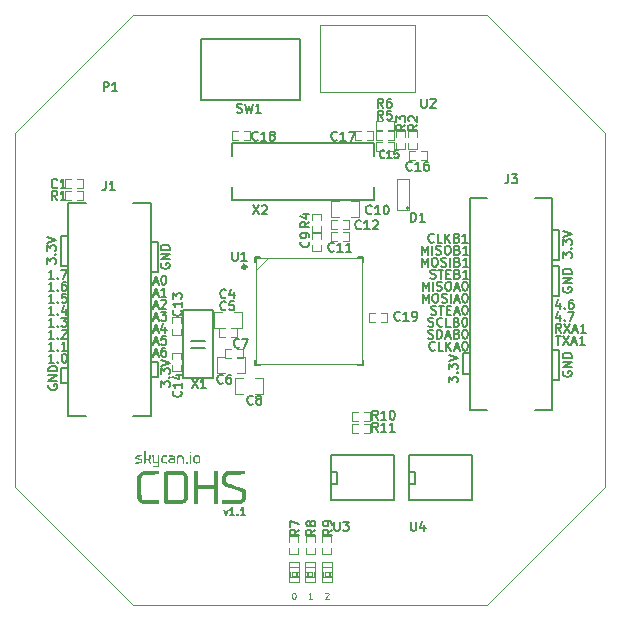
<source format=gto>
G04 (created by PCBNEW (2013-09-06 BZR 4312)-stable) date L 14 sept  2013 17:28:59 EEST*
%MOIN*%
G04 Gerber Fmt 3.4, Leading zero omitted, Abs format*
%FSLAX34Y34*%
G01*
G70*
G90*
G04 APERTURE LIST*
%ADD10C,0.000787*%
%ADD11C,0.005000*%
%ADD12C,0.007874*%
%ADD13C,0.004500*%
%ADD14C,0.001000*%
%ADD15C,0.005906*%
%ADD16C,0.001969*%
%ADD17C,0.011811*%
%ADD18C,0.002800*%
%ADD19C,0.004700*%
%ADD20C,0.003100*%
%ADD21C,0.002600*%
%ADD22C,0.004000*%
%ADD23C,0.003900*%
%ADD24C,0.000100*%
G04 APERTURE END LIST*
G54D10*
G54D11*
X57400Y-46135D02*
X57571Y-46135D01*
X57485Y-46435D02*
X57485Y-46135D01*
X57642Y-46135D02*
X57842Y-46435D01*
X57842Y-46135D02*
X57642Y-46435D01*
X57942Y-46350D02*
X58085Y-46350D01*
X57914Y-46435D02*
X58014Y-46135D01*
X58114Y-46435D01*
X58371Y-46435D02*
X58200Y-46435D01*
X58285Y-46435D02*
X58285Y-46135D01*
X58257Y-46178D01*
X58228Y-46207D01*
X58200Y-46221D01*
X57578Y-46035D02*
X57478Y-45892D01*
X57407Y-46035D02*
X57407Y-45735D01*
X57521Y-45735D01*
X57550Y-45750D01*
X57564Y-45764D01*
X57578Y-45792D01*
X57578Y-45835D01*
X57564Y-45864D01*
X57550Y-45878D01*
X57521Y-45892D01*
X57407Y-45892D01*
X57678Y-45735D02*
X57878Y-46035D01*
X57878Y-45735D02*
X57678Y-46035D01*
X57978Y-45950D02*
X58121Y-45950D01*
X57950Y-46035D02*
X58050Y-45735D01*
X58150Y-46035D01*
X58407Y-46035D02*
X58235Y-46035D01*
X58321Y-46035D02*
X58321Y-45735D01*
X58292Y-45778D01*
X58264Y-45807D01*
X58235Y-45821D01*
X57542Y-45435D02*
X57542Y-45635D01*
X57471Y-45321D02*
X57400Y-45535D01*
X57585Y-45535D01*
X57700Y-45607D02*
X57714Y-45621D01*
X57700Y-45635D01*
X57685Y-45621D01*
X57700Y-45607D01*
X57700Y-45635D01*
X57814Y-45335D02*
X58014Y-45335D01*
X57885Y-45635D01*
X57542Y-45035D02*
X57542Y-45235D01*
X57471Y-44921D02*
X57400Y-45135D01*
X57585Y-45135D01*
X57700Y-45207D02*
X57714Y-45221D01*
X57700Y-45235D01*
X57685Y-45221D01*
X57700Y-45207D01*
X57700Y-45235D01*
X57971Y-44935D02*
X57914Y-44935D01*
X57885Y-44950D01*
X57871Y-44964D01*
X57842Y-45007D01*
X57828Y-45064D01*
X57828Y-45178D01*
X57842Y-45207D01*
X57857Y-45221D01*
X57885Y-45235D01*
X57942Y-45235D01*
X57971Y-45221D01*
X57985Y-45207D01*
X58000Y-45178D01*
X58000Y-45107D01*
X57985Y-45078D01*
X57971Y-45064D01*
X57942Y-45050D01*
X57885Y-45050D01*
X57857Y-45064D01*
X57842Y-45078D01*
X57828Y-45107D01*
X53375Y-46607D02*
X53360Y-46621D01*
X53317Y-46635D01*
X53289Y-46635D01*
X53246Y-46621D01*
X53217Y-46592D01*
X53203Y-46564D01*
X53189Y-46507D01*
X53189Y-46464D01*
X53203Y-46407D01*
X53217Y-46378D01*
X53246Y-46350D01*
X53289Y-46335D01*
X53317Y-46335D01*
X53360Y-46350D01*
X53375Y-46364D01*
X53646Y-46635D02*
X53503Y-46635D01*
X53503Y-46335D01*
X53746Y-46635D02*
X53746Y-46335D01*
X53917Y-46635D02*
X53789Y-46464D01*
X53917Y-46335D02*
X53746Y-46507D01*
X54032Y-46550D02*
X54175Y-46550D01*
X54003Y-46635D02*
X54103Y-46335D01*
X54203Y-46635D01*
X54360Y-46335D02*
X54389Y-46335D01*
X54417Y-46350D01*
X54432Y-46364D01*
X54446Y-46392D01*
X54460Y-46450D01*
X54460Y-46521D01*
X54446Y-46578D01*
X54432Y-46607D01*
X54417Y-46621D01*
X54389Y-46635D01*
X54360Y-46635D01*
X54332Y-46621D01*
X54317Y-46607D01*
X54303Y-46578D01*
X54289Y-46521D01*
X54289Y-46450D01*
X54303Y-46392D01*
X54317Y-46364D01*
X54332Y-46350D01*
X54360Y-46335D01*
X53142Y-46221D02*
X53185Y-46235D01*
X53257Y-46235D01*
X53285Y-46221D01*
X53300Y-46207D01*
X53314Y-46178D01*
X53314Y-46150D01*
X53300Y-46121D01*
X53285Y-46107D01*
X53257Y-46092D01*
X53200Y-46078D01*
X53171Y-46064D01*
X53157Y-46050D01*
X53142Y-46021D01*
X53142Y-45992D01*
X53157Y-45964D01*
X53171Y-45950D01*
X53200Y-45935D01*
X53271Y-45935D01*
X53314Y-45950D01*
X53442Y-46235D02*
X53442Y-45935D01*
X53514Y-45935D01*
X53557Y-45950D01*
X53585Y-45978D01*
X53600Y-46007D01*
X53614Y-46064D01*
X53614Y-46107D01*
X53600Y-46164D01*
X53585Y-46192D01*
X53557Y-46221D01*
X53514Y-46235D01*
X53442Y-46235D01*
X53728Y-46150D02*
X53871Y-46150D01*
X53700Y-46235D02*
X53800Y-45935D01*
X53900Y-46235D01*
X54100Y-46078D02*
X54142Y-46092D01*
X54157Y-46107D01*
X54171Y-46135D01*
X54171Y-46178D01*
X54157Y-46207D01*
X54142Y-46221D01*
X54114Y-46235D01*
X54000Y-46235D01*
X54000Y-45935D01*
X54100Y-45935D01*
X54128Y-45950D01*
X54142Y-45964D01*
X54157Y-45992D01*
X54157Y-46021D01*
X54142Y-46050D01*
X54128Y-46064D01*
X54100Y-46078D01*
X54000Y-46078D01*
X54357Y-45935D02*
X54385Y-45935D01*
X54414Y-45950D01*
X54428Y-45964D01*
X54442Y-45992D01*
X54457Y-46050D01*
X54457Y-46121D01*
X54442Y-46178D01*
X54428Y-46207D01*
X54414Y-46221D01*
X54385Y-46235D01*
X54357Y-46235D01*
X54328Y-46221D01*
X54314Y-46207D01*
X54300Y-46178D01*
X54285Y-46121D01*
X54285Y-46050D01*
X54300Y-45992D01*
X54314Y-45964D01*
X54328Y-45950D01*
X54357Y-45935D01*
X53150Y-45821D02*
X53192Y-45835D01*
X53264Y-45835D01*
X53292Y-45821D01*
X53307Y-45807D01*
X53321Y-45778D01*
X53321Y-45750D01*
X53307Y-45721D01*
X53292Y-45707D01*
X53264Y-45692D01*
X53207Y-45678D01*
X53178Y-45664D01*
X53164Y-45650D01*
X53150Y-45621D01*
X53150Y-45592D01*
X53164Y-45564D01*
X53178Y-45550D01*
X53207Y-45535D01*
X53278Y-45535D01*
X53321Y-45550D01*
X53621Y-45807D02*
X53607Y-45821D01*
X53564Y-45835D01*
X53535Y-45835D01*
X53492Y-45821D01*
X53464Y-45792D01*
X53450Y-45764D01*
X53435Y-45707D01*
X53435Y-45664D01*
X53450Y-45607D01*
X53464Y-45578D01*
X53492Y-45550D01*
X53535Y-45535D01*
X53564Y-45535D01*
X53607Y-45550D01*
X53621Y-45564D01*
X53892Y-45835D02*
X53750Y-45835D01*
X53750Y-45535D01*
X54092Y-45678D02*
X54135Y-45692D01*
X54150Y-45707D01*
X54164Y-45735D01*
X54164Y-45778D01*
X54150Y-45807D01*
X54135Y-45821D01*
X54107Y-45835D01*
X53992Y-45835D01*
X53992Y-45535D01*
X54092Y-45535D01*
X54121Y-45550D01*
X54135Y-45564D01*
X54150Y-45592D01*
X54150Y-45621D01*
X54135Y-45650D01*
X54121Y-45664D01*
X54092Y-45678D01*
X53992Y-45678D01*
X54350Y-45535D02*
X54378Y-45535D01*
X54407Y-45550D01*
X54421Y-45564D01*
X54435Y-45592D01*
X54450Y-45650D01*
X54450Y-45721D01*
X54435Y-45778D01*
X54421Y-45807D01*
X54407Y-45821D01*
X54378Y-45835D01*
X54350Y-45835D01*
X54321Y-45821D01*
X54307Y-45807D01*
X54292Y-45778D01*
X54278Y-45721D01*
X54278Y-45650D01*
X54292Y-45592D01*
X54307Y-45564D01*
X54321Y-45550D01*
X54350Y-45535D01*
X53242Y-45421D02*
X53285Y-45435D01*
X53357Y-45435D01*
X53385Y-45421D01*
X53400Y-45407D01*
X53414Y-45378D01*
X53414Y-45350D01*
X53400Y-45321D01*
X53385Y-45307D01*
X53357Y-45292D01*
X53300Y-45278D01*
X53271Y-45264D01*
X53257Y-45250D01*
X53242Y-45221D01*
X53242Y-45192D01*
X53257Y-45164D01*
X53271Y-45150D01*
X53300Y-45135D01*
X53371Y-45135D01*
X53414Y-45150D01*
X53500Y-45135D02*
X53671Y-45135D01*
X53585Y-45435D02*
X53585Y-45135D01*
X53771Y-45278D02*
X53871Y-45278D01*
X53914Y-45435D02*
X53771Y-45435D01*
X53771Y-45135D01*
X53914Y-45135D01*
X54028Y-45350D02*
X54171Y-45350D01*
X54000Y-45435D02*
X54100Y-45135D01*
X54200Y-45435D01*
X54357Y-45135D02*
X54385Y-45135D01*
X54414Y-45150D01*
X54428Y-45164D01*
X54442Y-45192D01*
X54457Y-45250D01*
X54457Y-45321D01*
X54442Y-45378D01*
X54428Y-45407D01*
X54414Y-45421D01*
X54385Y-45435D01*
X54357Y-45435D01*
X54328Y-45421D01*
X54314Y-45407D01*
X54300Y-45378D01*
X54285Y-45321D01*
X54285Y-45250D01*
X54300Y-45192D01*
X54314Y-45164D01*
X54328Y-45150D01*
X54357Y-45135D01*
X52957Y-45035D02*
X52957Y-44735D01*
X53057Y-44950D01*
X53157Y-44735D01*
X53157Y-45035D01*
X53357Y-44735D02*
X53414Y-44735D01*
X53442Y-44750D01*
X53471Y-44778D01*
X53485Y-44835D01*
X53485Y-44935D01*
X53471Y-44992D01*
X53442Y-45021D01*
X53414Y-45035D01*
X53357Y-45035D01*
X53328Y-45021D01*
X53300Y-44992D01*
X53285Y-44935D01*
X53285Y-44835D01*
X53300Y-44778D01*
X53328Y-44750D01*
X53357Y-44735D01*
X53600Y-45021D02*
X53642Y-45035D01*
X53714Y-45035D01*
X53742Y-45021D01*
X53757Y-45007D01*
X53771Y-44978D01*
X53771Y-44950D01*
X53757Y-44921D01*
X53742Y-44907D01*
X53714Y-44892D01*
X53657Y-44878D01*
X53628Y-44864D01*
X53614Y-44850D01*
X53600Y-44821D01*
X53600Y-44792D01*
X53614Y-44764D01*
X53628Y-44750D01*
X53657Y-44735D01*
X53728Y-44735D01*
X53771Y-44750D01*
X53900Y-45035D02*
X53900Y-44735D01*
X54028Y-44950D02*
X54171Y-44950D01*
X54000Y-45035D02*
X54100Y-44735D01*
X54200Y-45035D01*
X54357Y-44735D02*
X54385Y-44735D01*
X54414Y-44750D01*
X54428Y-44764D01*
X54442Y-44792D01*
X54457Y-44850D01*
X54457Y-44921D01*
X54442Y-44978D01*
X54428Y-45007D01*
X54414Y-45021D01*
X54385Y-45035D01*
X54357Y-45035D01*
X54328Y-45021D01*
X54314Y-45007D01*
X54300Y-44978D01*
X54285Y-44921D01*
X54285Y-44850D01*
X54300Y-44792D01*
X54314Y-44764D01*
X54328Y-44750D01*
X54357Y-44735D01*
X52957Y-44635D02*
X52957Y-44335D01*
X53057Y-44550D01*
X53157Y-44335D01*
X53157Y-44635D01*
X53300Y-44635D02*
X53300Y-44335D01*
X53428Y-44621D02*
X53471Y-44635D01*
X53542Y-44635D01*
X53571Y-44621D01*
X53585Y-44607D01*
X53600Y-44578D01*
X53600Y-44550D01*
X53585Y-44521D01*
X53571Y-44507D01*
X53542Y-44492D01*
X53485Y-44478D01*
X53457Y-44464D01*
X53442Y-44450D01*
X53428Y-44421D01*
X53428Y-44392D01*
X53442Y-44364D01*
X53457Y-44350D01*
X53485Y-44335D01*
X53557Y-44335D01*
X53600Y-44350D01*
X53785Y-44335D02*
X53842Y-44335D01*
X53871Y-44350D01*
X53900Y-44378D01*
X53914Y-44435D01*
X53914Y-44535D01*
X53900Y-44592D01*
X53871Y-44621D01*
X53842Y-44635D01*
X53785Y-44635D01*
X53757Y-44621D01*
X53728Y-44592D01*
X53714Y-44535D01*
X53714Y-44435D01*
X53728Y-44378D01*
X53757Y-44350D01*
X53785Y-44335D01*
X54028Y-44550D02*
X54171Y-44550D01*
X54000Y-44635D02*
X54100Y-44335D01*
X54200Y-44635D01*
X54357Y-44335D02*
X54385Y-44335D01*
X54414Y-44350D01*
X54428Y-44364D01*
X54442Y-44392D01*
X54457Y-44450D01*
X54457Y-44521D01*
X54442Y-44578D01*
X54428Y-44607D01*
X54414Y-44621D01*
X54385Y-44635D01*
X54357Y-44635D01*
X54328Y-44621D01*
X54314Y-44607D01*
X54300Y-44578D01*
X54285Y-44521D01*
X54285Y-44450D01*
X54300Y-44392D01*
X54314Y-44364D01*
X54328Y-44350D01*
X54357Y-44335D01*
X53221Y-44221D02*
X53264Y-44235D01*
X53335Y-44235D01*
X53364Y-44221D01*
X53378Y-44207D01*
X53392Y-44178D01*
X53392Y-44150D01*
X53378Y-44121D01*
X53364Y-44107D01*
X53335Y-44092D01*
X53278Y-44078D01*
X53250Y-44064D01*
X53235Y-44050D01*
X53221Y-44021D01*
X53221Y-43992D01*
X53235Y-43964D01*
X53250Y-43950D01*
X53278Y-43935D01*
X53350Y-43935D01*
X53392Y-43950D01*
X53478Y-43935D02*
X53650Y-43935D01*
X53564Y-44235D02*
X53564Y-43935D01*
X53750Y-44078D02*
X53850Y-44078D01*
X53892Y-44235D02*
X53750Y-44235D01*
X53750Y-43935D01*
X53892Y-43935D01*
X54121Y-44078D02*
X54164Y-44092D01*
X54178Y-44107D01*
X54192Y-44135D01*
X54192Y-44178D01*
X54178Y-44207D01*
X54164Y-44221D01*
X54135Y-44235D01*
X54021Y-44235D01*
X54021Y-43935D01*
X54121Y-43935D01*
X54150Y-43950D01*
X54164Y-43964D01*
X54178Y-43992D01*
X54178Y-44021D01*
X54164Y-44050D01*
X54150Y-44064D01*
X54121Y-44078D01*
X54021Y-44078D01*
X54478Y-44235D02*
X54307Y-44235D01*
X54392Y-44235D02*
X54392Y-43935D01*
X54364Y-43978D01*
X54335Y-44007D01*
X54307Y-44021D01*
X52935Y-43835D02*
X52935Y-43535D01*
X53035Y-43750D01*
X53135Y-43535D01*
X53135Y-43835D01*
X53335Y-43535D02*
X53392Y-43535D01*
X53421Y-43550D01*
X53450Y-43578D01*
X53464Y-43635D01*
X53464Y-43735D01*
X53450Y-43792D01*
X53421Y-43821D01*
X53392Y-43835D01*
X53335Y-43835D01*
X53307Y-43821D01*
X53278Y-43792D01*
X53264Y-43735D01*
X53264Y-43635D01*
X53278Y-43578D01*
X53307Y-43550D01*
X53335Y-43535D01*
X53578Y-43821D02*
X53621Y-43835D01*
X53692Y-43835D01*
X53721Y-43821D01*
X53735Y-43807D01*
X53750Y-43778D01*
X53750Y-43750D01*
X53735Y-43721D01*
X53721Y-43707D01*
X53692Y-43692D01*
X53635Y-43678D01*
X53607Y-43664D01*
X53592Y-43650D01*
X53578Y-43621D01*
X53578Y-43592D01*
X53592Y-43564D01*
X53607Y-43550D01*
X53635Y-43535D01*
X53707Y-43535D01*
X53750Y-43550D01*
X53878Y-43835D02*
X53878Y-43535D01*
X54121Y-43678D02*
X54164Y-43692D01*
X54178Y-43707D01*
X54192Y-43735D01*
X54192Y-43778D01*
X54178Y-43807D01*
X54164Y-43821D01*
X54135Y-43835D01*
X54021Y-43835D01*
X54021Y-43535D01*
X54121Y-43535D01*
X54150Y-43550D01*
X54164Y-43564D01*
X54178Y-43592D01*
X54178Y-43621D01*
X54164Y-43650D01*
X54150Y-43664D01*
X54121Y-43678D01*
X54021Y-43678D01*
X54478Y-43835D02*
X54307Y-43835D01*
X54392Y-43835D02*
X54392Y-43535D01*
X54364Y-43578D01*
X54335Y-43607D01*
X54307Y-43621D01*
X52935Y-43435D02*
X52935Y-43135D01*
X53035Y-43350D01*
X53135Y-43135D01*
X53135Y-43435D01*
X53278Y-43435D02*
X53278Y-43135D01*
X53407Y-43421D02*
X53450Y-43435D01*
X53521Y-43435D01*
X53550Y-43421D01*
X53564Y-43407D01*
X53578Y-43378D01*
X53578Y-43350D01*
X53564Y-43321D01*
X53550Y-43307D01*
X53521Y-43292D01*
X53464Y-43278D01*
X53435Y-43264D01*
X53421Y-43250D01*
X53407Y-43221D01*
X53407Y-43192D01*
X53421Y-43164D01*
X53435Y-43150D01*
X53464Y-43135D01*
X53535Y-43135D01*
X53578Y-43150D01*
X53764Y-43135D02*
X53821Y-43135D01*
X53850Y-43150D01*
X53878Y-43178D01*
X53892Y-43235D01*
X53892Y-43335D01*
X53878Y-43392D01*
X53850Y-43421D01*
X53821Y-43435D01*
X53764Y-43435D01*
X53735Y-43421D01*
X53707Y-43392D01*
X53692Y-43335D01*
X53692Y-43235D01*
X53707Y-43178D01*
X53735Y-43150D01*
X53764Y-43135D01*
X54121Y-43278D02*
X54164Y-43292D01*
X54178Y-43307D01*
X54192Y-43335D01*
X54192Y-43378D01*
X54178Y-43407D01*
X54164Y-43421D01*
X54135Y-43435D01*
X54021Y-43435D01*
X54021Y-43135D01*
X54121Y-43135D01*
X54150Y-43150D01*
X54164Y-43164D01*
X54178Y-43192D01*
X54178Y-43221D01*
X54164Y-43250D01*
X54150Y-43264D01*
X54121Y-43278D01*
X54021Y-43278D01*
X54478Y-43435D02*
X54307Y-43435D01*
X54392Y-43435D02*
X54392Y-43135D01*
X54364Y-43178D01*
X54335Y-43207D01*
X54307Y-43221D01*
X53328Y-43007D02*
X53314Y-43021D01*
X53271Y-43035D01*
X53242Y-43035D01*
X53200Y-43021D01*
X53171Y-42992D01*
X53157Y-42964D01*
X53142Y-42907D01*
X53142Y-42864D01*
X53157Y-42807D01*
X53171Y-42778D01*
X53200Y-42750D01*
X53242Y-42735D01*
X53271Y-42735D01*
X53314Y-42750D01*
X53328Y-42764D01*
X53600Y-43035D02*
X53457Y-43035D01*
X53457Y-42735D01*
X53700Y-43035D02*
X53700Y-42735D01*
X53871Y-43035D02*
X53742Y-42864D01*
X53871Y-42735D02*
X53700Y-42907D01*
X54100Y-42878D02*
X54142Y-42892D01*
X54157Y-42907D01*
X54171Y-42935D01*
X54171Y-42978D01*
X54157Y-43007D01*
X54142Y-43021D01*
X54114Y-43035D01*
X54000Y-43035D01*
X54000Y-42735D01*
X54100Y-42735D01*
X54128Y-42750D01*
X54142Y-42764D01*
X54157Y-42792D01*
X54157Y-42821D01*
X54142Y-42850D01*
X54128Y-42864D01*
X54100Y-42878D01*
X54000Y-42878D01*
X54457Y-43035D02*
X54285Y-43035D01*
X54371Y-43035D02*
X54371Y-42735D01*
X54342Y-42778D01*
X54314Y-42807D01*
X54285Y-42821D01*
X53835Y-47692D02*
X53835Y-47507D01*
X53950Y-47607D01*
X53950Y-47564D01*
X53964Y-47535D01*
X53978Y-47521D01*
X54007Y-47507D01*
X54078Y-47507D01*
X54107Y-47521D01*
X54121Y-47535D01*
X54135Y-47564D01*
X54135Y-47650D01*
X54121Y-47678D01*
X54107Y-47692D01*
X54107Y-47378D02*
X54121Y-47364D01*
X54135Y-47378D01*
X54121Y-47392D01*
X54107Y-47378D01*
X54135Y-47378D01*
X53835Y-47264D02*
X53835Y-47078D01*
X53950Y-47178D01*
X53950Y-47135D01*
X53964Y-47107D01*
X53978Y-47092D01*
X54007Y-47078D01*
X54078Y-47078D01*
X54107Y-47092D01*
X54121Y-47107D01*
X54135Y-47135D01*
X54135Y-47221D01*
X54121Y-47250D01*
X54107Y-47264D01*
X53835Y-46992D02*
X54135Y-46892D01*
X53835Y-46792D01*
G54D12*
X54300Y-47400D02*
X54500Y-47400D01*
X54300Y-46700D02*
X54300Y-47400D01*
X54500Y-46700D02*
X54300Y-46700D01*
G54D11*
X57650Y-47328D02*
X57635Y-47357D01*
X57635Y-47400D01*
X57650Y-47442D01*
X57678Y-47471D01*
X57707Y-47485D01*
X57764Y-47500D01*
X57807Y-47500D01*
X57864Y-47485D01*
X57892Y-47471D01*
X57921Y-47442D01*
X57935Y-47400D01*
X57935Y-47371D01*
X57921Y-47328D01*
X57907Y-47314D01*
X57807Y-47314D01*
X57807Y-47371D01*
X57935Y-47185D02*
X57635Y-47185D01*
X57935Y-47014D01*
X57635Y-47014D01*
X57935Y-46871D02*
X57635Y-46871D01*
X57635Y-46800D01*
X57650Y-46757D01*
X57678Y-46728D01*
X57707Y-46714D01*
X57764Y-46700D01*
X57807Y-46700D01*
X57864Y-46714D01*
X57892Y-46728D01*
X57921Y-46757D01*
X57935Y-46800D01*
X57935Y-46871D01*
G54D12*
X57500Y-46600D02*
X57300Y-46600D01*
X57500Y-47600D02*
X57500Y-46600D01*
X57300Y-47600D02*
X57500Y-47600D01*
G54D11*
X57650Y-44528D02*
X57635Y-44557D01*
X57635Y-44600D01*
X57650Y-44642D01*
X57678Y-44671D01*
X57707Y-44685D01*
X57764Y-44700D01*
X57807Y-44700D01*
X57864Y-44685D01*
X57892Y-44671D01*
X57921Y-44642D01*
X57935Y-44600D01*
X57935Y-44571D01*
X57921Y-44528D01*
X57907Y-44514D01*
X57807Y-44514D01*
X57807Y-44571D01*
X57935Y-44385D02*
X57635Y-44385D01*
X57935Y-44214D01*
X57635Y-44214D01*
X57935Y-44071D02*
X57635Y-44071D01*
X57635Y-44000D01*
X57650Y-43957D01*
X57678Y-43928D01*
X57707Y-43914D01*
X57764Y-43900D01*
X57807Y-43900D01*
X57864Y-43914D01*
X57892Y-43928D01*
X57921Y-43957D01*
X57935Y-44000D01*
X57935Y-44071D01*
G54D12*
X57500Y-43800D02*
X57300Y-43800D01*
X57500Y-44800D02*
X57500Y-43800D01*
X57300Y-44800D02*
X57500Y-44800D01*
G54D11*
X57635Y-43542D02*
X57635Y-43357D01*
X57750Y-43457D01*
X57750Y-43414D01*
X57764Y-43385D01*
X57778Y-43371D01*
X57807Y-43357D01*
X57878Y-43357D01*
X57907Y-43371D01*
X57921Y-43385D01*
X57935Y-43414D01*
X57935Y-43500D01*
X57921Y-43528D01*
X57907Y-43542D01*
X57907Y-43228D02*
X57921Y-43214D01*
X57935Y-43228D01*
X57921Y-43242D01*
X57907Y-43228D01*
X57935Y-43228D01*
X57635Y-43114D02*
X57635Y-42928D01*
X57750Y-43028D01*
X57750Y-42985D01*
X57764Y-42957D01*
X57778Y-42942D01*
X57807Y-42928D01*
X57878Y-42928D01*
X57907Y-42942D01*
X57921Y-42957D01*
X57935Y-42985D01*
X57935Y-43071D01*
X57921Y-43100D01*
X57907Y-43114D01*
X57635Y-42842D02*
X57935Y-42742D01*
X57635Y-42642D01*
G54D12*
X57500Y-42600D02*
X57300Y-42600D01*
X57500Y-43600D02*
X57500Y-42600D01*
X57300Y-43600D02*
X57500Y-43600D01*
G54D11*
X43985Y-46750D02*
X44128Y-46750D01*
X43957Y-46835D02*
X44057Y-46535D01*
X44157Y-46835D01*
X44385Y-46535D02*
X44328Y-46535D01*
X44300Y-46550D01*
X44285Y-46564D01*
X44257Y-46607D01*
X44242Y-46664D01*
X44242Y-46778D01*
X44257Y-46807D01*
X44271Y-46821D01*
X44300Y-46835D01*
X44357Y-46835D01*
X44385Y-46821D01*
X44400Y-46807D01*
X44414Y-46778D01*
X44414Y-46707D01*
X44400Y-46678D01*
X44385Y-46664D01*
X44357Y-46650D01*
X44300Y-46650D01*
X44271Y-46664D01*
X44257Y-46678D01*
X44242Y-46707D01*
X43985Y-46350D02*
X44128Y-46350D01*
X43957Y-46435D02*
X44057Y-46135D01*
X44157Y-46435D01*
X44400Y-46135D02*
X44257Y-46135D01*
X44242Y-46278D01*
X44257Y-46264D01*
X44285Y-46250D01*
X44357Y-46250D01*
X44385Y-46264D01*
X44400Y-46278D01*
X44414Y-46307D01*
X44414Y-46378D01*
X44400Y-46407D01*
X44385Y-46421D01*
X44357Y-46435D01*
X44285Y-46435D01*
X44257Y-46421D01*
X44242Y-46407D01*
X43985Y-45950D02*
X44128Y-45950D01*
X43957Y-46035D02*
X44057Y-45735D01*
X44157Y-46035D01*
X44385Y-45835D02*
X44385Y-46035D01*
X44314Y-45721D02*
X44242Y-45935D01*
X44428Y-45935D01*
X43985Y-45550D02*
X44128Y-45550D01*
X43957Y-45635D02*
X44057Y-45335D01*
X44157Y-45635D01*
X44228Y-45335D02*
X44414Y-45335D01*
X44314Y-45450D01*
X44357Y-45450D01*
X44385Y-45464D01*
X44400Y-45478D01*
X44414Y-45507D01*
X44414Y-45578D01*
X44400Y-45607D01*
X44385Y-45621D01*
X44357Y-45635D01*
X44271Y-45635D01*
X44242Y-45621D01*
X44228Y-45607D01*
X43985Y-45150D02*
X44128Y-45150D01*
X43957Y-45235D02*
X44057Y-44935D01*
X44157Y-45235D01*
X44242Y-44964D02*
X44257Y-44950D01*
X44285Y-44935D01*
X44357Y-44935D01*
X44385Y-44950D01*
X44400Y-44964D01*
X44414Y-44992D01*
X44414Y-45021D01*
X44400Y-45064D01*
X44228Y-45235D01*
X44414Y-45235D01*
X43985Y-44750D02*
X44128Y-44750D01*
X43957Y-44835D02*
X44057Y-44535D01*
X44157Y-44835D01*
X44414Y-44835D02*
X44242Y-44835D01*
X44328Y-44835D02*
X44328Y-44535D01*
X44300Y-44578D01*
X44271Y-44607D01*
X44242Y-44621D01*
X43985Y-44350D02*
X44128Y-44350D01*
X43957Y-44435D02*
X44057Y-44135D01*
X44157Y-44435D01*
X44314Y-44135D02*
X44342Y-44135D01*
X44371Y-44150D01*
X44385Y-44164D01*
X44400Y-44192D01*
X44414Y-44250D01*
X44414Y-44321D01*
X44400Y-44378D01*
X44385Y-44407D01*
X44371Y-44421D01*
X44342Y-44435D01*
X44314Y-44435D01*
X44285Y-44421D01*
X44271Y-44407D01*
X44257Y-44378D01*
X44242Y-44321D01*
X44242Y-44250D01*
X44257Y-44192D01*
X44271Y-44164D01*
X44285Y-44150D01*
X44314Y-44135D01*
X44235Y-47842D02*
X44235Y-47657D01*
X44350Y-47757D01*
X44350Y-47714D01*
X44364Y-47685D01*
X44378Y-47671D01*
X44407Y-47657D01*
X44478Y-47657D01*
X44507Y-47671D01*
X44521Y-47685D01*
X44535Y-47714D01*
X44535Y-47800D01*
X44521Y-47828D01*
X44507Y-47842D01*
X44507Y-47528D02*
X44521Y-47514D01*
X44535Y-47528D01*
X44521Y-47542D01*
X44507Y-47528D01*
X44535Y-47528D01*
X44235Y-47414D02*
X44235Y-47228D01*
X44350Y-47328D01*
X44350Y-47285D01*
X44364Y-47257D01*
X44378Y-47242D01*
X44407Y-47228D01*
X44478Y-47228D01*
X44507Y-47242D01*
X44521Y-47257D01*
X44535Y-47285D01*
X44535Y-47371D01*
X44521Y-47400D01*
X44507Y-47414D01*
X44235Y-47142D02*
X44535Y-47042D01*
X44235Y-46942D01*
G54D12*
X44150Y-47000D02*
X43950Y-47000D01*
X44150Y-47500D02*
X44150Y-47000D01*
X43950Y-47500D02*
X44150Y-47500D01*
G54D11*
X40500Y-47778D02*
X40485Y-47807D01*
X40485Y-47850D01*
X40500Y-47892D01*
X40528Y-47921D01*
X40557Y-47935D01*
X40614Y-47950D01*
X40657Y-47950D01*
X40714Y-47935D01*
X40742Y-47921D01*
X40771Y-47892D01*
X40785Y-47850D01*
X40785Y-47821D01*
X40771Y-47778D01*
X40757Y-47764D01*
X40657Y-47764D01*
X40657Y-47821D01*
X40785Y-47635D02*
X40485Y-47635D01*
X40785Y-47464D01*
X40485Y-47464D01*
X40785Y-47321D02*
X40485Y-47321D01*
X40485Y-47250D01*
X40500Y-47207D01*
X40528Y-47178D01*
X40557Y-47164D01*
X40614Y-47150D01*
X40657Y-47150D01*
X40714Y-47164D01*
X40742Y-47178D01*
X40771Y-47207D01*
X40785Y-47250D01*
X40785Y-47321D01*
G54D12*
X40900Y-47700D02*
X41100Y-47700D01*
X40900Y-47200D02*
X40900Y-47700D01*
X41100Y-47200D02*
X40900Y-47200D01*
G54D11*
X40671Y-47035D02*
X40500Y-47035D01*
X40585Y-47035D02*
X40585Y-46735D01*
X40557Y-46778D01*
X40528Y-46807D01*
X40500Y-46821D01*
X40800Y-47007D02*
X40814Y-47021D01*
X40800Y-47035D01*
X40785Y-47021D01*
X40800Y-47007D01*
X40800Y-47035D01*
X41000Y-46735D02*
X41028Y-46735D01*
X41057Y-46750D01*
X41071Y-46764D01*
X41085Y-46792D01*
X41100Y-46850D01*
X41100Y-46921D01*
X41085Y-46978D01*
X41071Y-47007D01*
X41057Y-47021D01*
X41028Y-47035D01*
X41000Y-47035D01*
X40971Y-47021D01*
X40957Y-47007D01*
X40942Y-46978D01*
X40928Y-46921D01*
X40928Y-46850D01*
X40942Y-46792D01*
X40957Y-46764D01*
X40971Y-46750D01*
X41000Y-46735D01*
X40671Y-46635D02*
X40500Y-46635D01*
X40585Y-46635D02*
X40585Y-46335D01*
X40557Y-46378D01*
X40528Y-46407D01*
X40500Y-46421D01*
X40800Y-46607D02*
X40814Y-46621D01*
X40800Y-46635D01*
X40785Y-46621D01*
X40800Y-46607D01*
X40800Y-46635D01*
X41100Y-46635D02*
X40928Y-46635D01*
X41014Y-46635D02*
X41014Y-46335D01*
X40985Y-46378D01*
X40957Y-46407D01*
X40928Y-46421D01*
X40671Y-46235D02*
X40500Y-46235D01*
X40585Y-46235D02*
X40585Y-45935D01*
X40557Y-45978D01*
X40528Y-46007D01*
X40500Y-46021D01*
X40800Y-46207D02*
X40814Y-46221D01*
X40800Y-46235D01*
X40785Y-46221D01*
X40800Y-46207D01*
X40800Y-46235D01*
X40928Y-45964D02*
X40942Y-45950D01*
X40971Y-45935D01*
X41042Y-45935D01*
X41071Y-45950D01*
X41085Y-45964D01*
X41100Y-45992D01*
X41100Y-46021D01*
X41085Y-46064D01*
X40914Y-46235D01*
X41100Y-46235D01*
X40671Y-45835D02*
X40500Y-45835D01*
X40585Y-45835D02*
X40585Y-45535D01*
X40557Y-45578D01*
X40528Y-45607D01*
X40500Y-45621D01*
X40800Y-45807D02*
X40814Y-45821D01*
X40800Y-45835D01*
X40785Y-45821D01*
X40800Y-45807D01*
X40800Y-45835D01*
X40914Y-45535D02*
X41100Y-45535D01*
X41000Y-45650D01*
X41042Y-45650D01*
X41071Y-45664D01*
X41085Y-45678D01*
X41100Y-45707D01*
X41100Y-45778D01*
X41085Y-45807D01*
X41071Y-45821D01*
X41042Y-45835D01*
X40957Y-45835D01*
X40928Y-45821D01*
X40914Y-45807D01*
X40671Y-45435D02*
X40500Y-45435D01*
X40585Y-45435D02*
X40585Y-45135D01*
X40557Y-45178D01*
X40528Y-45207D01*
X40500Y-45221D01*
X40800Y-45407D02*
X40814Y-45421D01*
X40800Y-45435D01*
X40785Y-45421D01*
X40800Y-45407D01*
X40800Y-45435D01*
X41071Y-45235D02*
X41071Y-45435D01*
X41000Y-45121D02*
X40928Y-45335D01*
X41114Y-45335D01*
X40671Y-45035D02*
X40500Y-45035D01*
X40585Y-45035D02*
X40585Y-44735D01*
X40557Y-44778D01*
X40528Y-44807D01*
X40500Y-44821D01*
X40800Y-45007D02*
X40814Y-45021D01*
X40800Y-45035D01*
X40785Y-45021D01*
X40800Y-45007D01*
X40800Y-45035D01*
X41085Y-44735D02*
X40942Y-44735D01*
X40928Y-44878D01*
X40942Y-44864D01*
X40971Y-44850D01*
X41042Y-44850D01*
X41071Y-44864D01*
X41085Y-44878D01*
X41100Y-44907D01*
X41100Y-44978D01*
X41085Y-45007D01*
X41071Y-45021D01*
X41042Y-45035D01*
X40971Y-45035D01*
X40942Y-45021D01*
X40928Y-45007D01*
X40671Y-44635D02*
X40500Y-44635D01*
X40585Y-44635D02*
X40585Y-44335D01*
X40557Y-44378D01*
X40528Y-44407D01*
X40500Y-44421D01*
X40800Y-44607D02*
X40814Y-44621D01*
X40800Y-44635D01*
X40785Y-44621D01*
X40800Y-44607D01*
X40800Y-44635D01*
X41071Y-44335D02*
X41014Y-44335D01*
X40985Y-44350D01*
X40971Y-44364D01*
X40942Y-44407D01*
X40928Y-44464D01*
X40928Y-44578D01*
X40942Y-44607D01*
X40957Y-44621D01*
X40985Y-44635D01*
X41042Y-44635D01*
X41071Y-44621D01*
X41085Y-44607D01*
X41100Y-44578D01*
X41100Y-44507D01*
X41085Y-44478D01*
X41071Y-44464D01*
X41042Y-44450D01*
X40985Y-44450D01*
X40957Y-44464D01*
X40942Y-44478D01*
X40928Y-44507D01*
X40671Y-44235D02*
X40500Y-44235D01*
X40585Y-44235D02*
X40585Y-43935D01*
X40557Y-43978D01*
X40528Y-44007D01*
X40500Y-44021D01*
X40800Y-44207D02*
X40814Y-44221D01*
X40800Y-44235D01*
X40785Y-44221D01*
X40800Y-44207D01*
X40800Y-44235D01*
X40914Y-43935D02*
X41114Y-43935D01*
X40985Y-44235D01*
X44250Y-43728D02*
X44235Y-43757D01*
X44235Y-43800D01*
X44250Y-43842D01*
X44278Y-43871D01*
X44307Y-43885D01*
X44364Y-43900D01*
X44407Y-43900D01*
X44464Y-43885D01*
X44492Y-43871D01*
X44521Y-43842D01*
X44535Y-43800D01*
X44535Y-43771D01*
X44521Y-43728D01*
X44507Y-43714D01*
X44407Y-43714D01*
X44407Y-43771D01*
X44535Y-43585D02*
X44235Y-43585D01*
X44535Y-43414D01*
X44235Y-43414D01*
X44535Y-43271D02*
X44235Y-43271D01*
X44235Y-43200D01*
X44250Y-43157D01*
X44278Y-43128D01*
X44307Y-43114D01*
X44364Y-43100D01*
X44407Y-43100D01*
X44464Y-43114D01*
X44492Y-43128D01*
X44521Y-43157D01*
X44535Y-43200D01*
X44535Y-43271D01*
G54D12*
X44150Y-43000D02*
X43950Y-43000D01*
X44150Y-44000D02*
X44150Y-43000D01*
X43950Y-44000D02*
X44150Y-44000D01*
G54D11*
X40435Y-43742D02*
X40435Y-43557D01*
X40550Y-43657D01*
X40550Y-43614D01*
X40564Y-43585D01*
X40578Y-43571D01*
X40607Y-43557D01*
X40678Y-43557D01*
X40707Y-43571D01*
X40721Y-43585D01*
X40735Y-43614D01*
X40735Y-43700D01*
X40721Y-43728D01*
X40707Y-43742D01*
X40707Y-43428D02*
X40721Y-43414D01*
X40735Y-43428D01*
X40721Y-43442D01*
X40707Y-43428D01*
X40735Y-43428D01*
X40435Y-43314D02*
X40435Y-43128D01*
X40550Y-43228D01*
X40550Y-43185D01*
X40564Y-43157D01*
X40578Y-43142D01*
X40607Y-43128D01*
X40678Y-43128D01*
X40707Y-43142D01*
X40721Y-43157D01*
X40735Y-43185D01*
X40735Y-43271D01*
X40721Y-43300D01*
X40707Y-43314D01*
X40435Y-43042D02*
X40735Y-42942D01*
X40435Y-42842D01*
G54D12*
X40900Y-42800D02*
X41100Y-42800D01*
X40900Y-43800D02*
X40900Y-42800D01*
X41100Y-43800D02*
X40900Y-43800D01*
G54D11*
X46342Y-51946D02*
X46402Y-52113D01*
X46461Y-51946D01*
X46688Y-52113D02*
X46545Y-52113D01*
X46616Y-52113D02*
X46616Y-51863D01*
X46592Y-51898D01*
X46569Y-51922D01*
X46545Y-51934D01*
X46795Y-52089D02*
X46807Y-52101D01*
X46795Y-52113D01*
X46783Y-52101D01*
X46795Y-52089D01*
X46795Y-52113D01*
X47045Y-52113D02*
X46902Y-52113D01*
X46973Y-52113D02*
X46973Y-51863D01*
X46950Y-51898D01*
X46926Y-51922D01*
X46902Y-51934D01*
G54D13*
X49712Y-54727D02*
X49722Y-54718D01*
X49741Y-54708D01*
X49789Y-54708D01*
X49808Y-54718D01*
X49817Y-54727D01*
X49827Y-54746D01*
X49827Y-54765D01*
X49817Y-54794D01*
X49703Y-54908D01*
X49827Y-54908D01*
X49277Y-54908D02*
X49162Y-54908D01*
X49220Y-54908D02*
X49220Y-54708D01*
X49201Y-54737D01*
X49181Y-54756D01*
X49162Y-54765D01*
X48660Y-54708D02*
X48679Y-54708D01*
X48698Y-54718D01*
X48708Y-54727D01*
X48717Y-54746D01*
X48727Y-54784D01*
X48727Y-54832D01*
X48717Y-54870D01*
X48708Y-54889D01*
X48698Y-54899D01*
X48679Y-54908D01*
X48660Y-54908D01*
X48641Y-54899D01*
X48631Y-54889D01*
X48622Y-54870D01*
X48612Y-54832D01*
X48612Y-54784D01*
X48622Y-54746D01*
X48631Y-54727D01*
X48641Y-54718D01*
X48660Y-54708D01*
G54D14*
X55118Y-55118D02*
X43307Y-55118D01*
X59055Y-51181D02*
X55118Y-55118D01*
X59055Y-39370D02*
X59055Y-51181D01*
X55118Y-35433D02*
X59055Y-39370D01*
X43307Y-35433D02*
X55118Y-35433D01*
X39370Y-39370D02*
X43307Y-35433D01*
X39370Y-51181D02*
X39370Y-39370D01*
X43307Y-55118D02*
X39370Y-51181D01*
G54D15*
X41535Y-41732D02*
X41732Y-41732D01*
X41535Y-41732D02*
X41141Y-41732D01*
X41141Y-41732D02*
X41141Y-48818D01*
X41141Y-48818D02*
X41732Y-48818D01*
X43307Y-41732D02*
X43897Y-41732D01*
X43897Y-41732D02*
X43897Y-48818D01*
X43897Y-48818D02*
X43307Y-48818D01*
X56889Y-48622D02*
X56692Y-48622D01*
X56889Y-48622D02*
X57283Y-48622D01*
X57283Y-48622D02*
X57283Y-41535D01*
X57283Y-41535D02*
X56692Y-41535D01*
X55118Y-48622D02*
X54527Y-48622D01*
X54527Y-48622D02*
X54527Y-41535D01*
X54527Y-41535D02*
X55118Y-41535D01*
G54D16*
X50941Y-43546D02*
X50941Y-47089D01*
X50941Y-47089D02*
X47398Y-47089D01*
X47398Y-47089D02*
X47398Y-43546D01*
X47398Y-43546D02*
X50941Y-43546D01*
G54D17*
X47073Y-43841D02*
G75*
G03X47073Y-43841I-59J0D01*
G74*
G01*
G54D16*
X47398Y-43940D02*
X47792Y-43546D01*
G54D12*
X50981Y-47129D02*
X50807Y-47129D01*
X50981Y-46955D02*
X50981Y-47129D01*
X47532Y-47129D02*
X47359Y-47129D01*
X47359Y-46955D02*
X47359Y-47129D01*
X47532Y-43507D02*
X47359Y-43507D01*
X47359Y-43507D02*
X47359Y-43680D01*
X50981Y-43507D02*
X50981Y-43680D01*
X50981Y-43507D02*
X50807Y-43507D01*
G54D18*
X41450Y-41200D02*
X41650Y-41200D01*
X41650Y-41200D02*
X41650Y-40900D01*
X41650Y-40900D02*
X41450Y-40900D01*
X41250Y-41200D02*
X41050Y-41200D01*
X41050Y-41200D02*
X41050Y-40900D01*
X41050Y-40900D02*
X41250Y-40900D01*
G54D19*
X46667Y-45874D02*
X46942Y-45874D01*
X46273Y-45874D02*
X45998Y-45874D01*
X46667Y-45362D02*
X46942Y-45362D01*
X45998Y-45362D02*
X46273Y-45362D01*
X46942Y-45368D02*
X46942Y-45868D01*
X45998Y-45868D02*
X45998Y-45368D01*
G54D18*
X46370Y-45868D02*
X46170Y-45868D01*
X46170Y-45868D02*
X46170Y-46168D01*
X46170Y-46168D02*
X46370Y-46168D01*
X46570Y-45868D02*
X46770Y-45868D01*
X46770Y-45868D02*
X46770Y-46168D01*
X46770Y-46168D02*
X46570Y-46168D01*
G54D19*
X46373Y-46862D02*
X46098Y-46862D01*
X46767Y-46862D02*
X47042Y-46862D01*
X46373Y-47374D02*
X46098Y-47374D01*
X47042Y-47374D02*
X46767Y-47374D01*
X46098Y-47368D02*
X46098Y-46868D01*
X47042Y-46868D02*
X47042Y-47368D01*
G54D18*
X46770Y-46868D02*
X46970Y-46868D01*
X46970Y-46868D02*
X46970Y-46568D01*
X46970Y-46568D02*
X46770Y-46568D01*
X46570Y-46868D02*
X46370Y-46868D01*
X46370Y-46868D02*
X46370Y-46568D01*
X46370Y-46568D02*
X46570Y-46568D01*
G54D19*
X47367Y-48074D02*
X47642Y-48074D01*
X46973Y-48074D02*
X46698Y-48074D01*
X47367Y-47562D02*
X47642Y-47562D01*
X46698Y-47562D02*
X46973Y-47562D01*
X47642Y-47568D02*
X47642Y-48068D01*
X46698Y-48068D02*
X46698Y-47568D01*
G54D18*
X49570Y-42918D02*
X49570Y-42718D01*
X49570Y-42718D02*
X49270Y-42718D01*
X49270Y-42718D02*
X49270Y-42918D01*
X49570Y-43118D02*
X49570Y-43318D01*
X49570Y-43318D02*
X49270Y-43318D01*
X49270Y-43318D02*
X49270Y-43118D01*
G54D19*
X50567Y-42174D02*
X50842Y-42174D01*
X50173Y-42174D02*
X49898Y-42174D01*
X50567Y-41662D02*
X50842Y-41662D01*
X49898Y-41662D02*
X50173Y-41662D01*
X50842Y-41668D02*
X50842Y-42168D01*
X49898Y-42168D02*
X49898Y-41668D01*
G54D18*
X50120Y-42668D02*
X49920Y-42668D01*
X49920Y-42668D02*
X49920Y-42968D01*
X49920Y-42968D02*
X50120Y-42968D01*
X50320Y-42668D02*
X50520Y-42668D01*
X50520Y-42668D02*
X50520Y-42968D01*
X50520Y-42968D02*
X50320Y-42968D01*
X50120Y-42268D02*
X49920Y-42268D01*
X49920Y-42268D02*
X49920Y-42568D01*
X49920Y-42568D02*
X50120Y-42568D01*
X50320Y-42268D02*
X50520Y-42268D01*
X50520Y-42268D02*
X50520Y-42568D01*
X50520Y-42568D02*
X50320Y-42568D01*
X41250Y-41300D02*
X41050Y-41300D01*
X41050Y-41300D02*
X41050Y-41600D01*
X41050Y-41600D02*
X41250Y-41600D01*
X41450Y-41300D02*
X41650Y-41300D01*
X41650Y-41300D02*
X41650Y-41600D01*
X41650Y-41600D02*
X41450Y-41600D01*
X44620Y-45918D02*
X44620Y-46118D01*
X44620Y-46118D02*
X44920Y-46118D01*
X44920Y-46118D02*
X44920Y-45918D01*
X44620Y-45718D02*
X44620Y-45518D01*
X44620Y-45518D02*
X44920Y-45518D01*
X44920Y-45518D02*
X44920Y-45718D01*
X44920Y-46918D02*
X44920Y-46718D01*
X44920Y-46718D02*
X44620Y-46718D01*
X44620Y-46718D02*
X44620Y-46918D01*
X44920Y-47118D02*
X44920Y-47318D01*
X44920Y-47318D02*
X44620Y-47318D01*
X44620Y-47318D02*
X44620Y-47118D01*
X51820Y-39968D02*
X52020Y-39968D01*
X52020Y-39968D02*
X52020Y-39668D01*
X52020Y-39668D02*
X51820Y-39668D01*
X51620Y-39968D02*
X51420Y-39968D01*
X51420Y-39968D02*
X51420Y-39668D01*
X51420Y-39668D02*
X51620Y-39668D01*
X52720Y-39968D02*
X52520Y-39968D01*
X52520Y-39968D02*
X52520Y-40268D01*
X52520Y-40268D02*
X52720Y-40268D01*
X52920Y-39968D02*
X53120Y-39968D01*
X53120Y-39968D02*
X53120Y-40268D01*
X53120Y-40268D02*
X52920Y-40268D01*
X51120Y-39618D02*
X51320Y-39618D01*
X51320Y-39618D02*
X51320Y-39318D01*
X51320Y-39318D02*
X51120Y-39318D01*
X50920Y-39618D02*
X50720Y-39618D01*
X50720Y-39618D02*
X50720Y-39318D01*
X50720Y-39318D02*
X50920Y-39318D01*
X46820Y-39318D02*
X46620Y-39318D01*
X46620Y-39318D02*
X46620Y-39618D01*
X46620Y-39618D02*
X46820Y-39618D01*
X47020Y-39318D02*
X47220Y-39318D01*
X47220Y-39318D02*
X47220Y-39618D01*
X47220Y-39618D02*
X47020Y-39618D01*
X51370Y-45368D02*
X51170Y-45368D01*
X51170Y-45368D02*
X51170Y-45668D01*
X51170Y-45668D02*
X51370Y-45668D01*
X51570Y-45368D02*
X51770Y-45368D01*
X51770Y-45368D02*
X51770Y-45668D01*
X51770Y-45668D02*
X51570Y-45668D01*
G54D20*
X52520Y-41881D02*
G75*
G03X52520Y-41881I-62J0D01*
G74*
G01*
X52120Y-40918D02*
X52520Y-40918D01*
X52120Y-41943D02*
X52520Y-41943D01*
X52520Y-40918D02*
X52520Y-41943D01*
X52120Y-41943D02*
X52120Y-40918D01*
G54D21*
X48847Y-54195D02*
X48493Y-54195D01*
X48493Y-54195D02*
X48493Y-54352D01*
X48847Y-54352D02*
X48493Y-54352D01*
X48847Y-54195D02*
X48847Y-54352D01*
X48847Y-53684D02*
X48493Y-53684D01*
X48493Y-53684D02*
X48493Y-53841D01*
X48847Y-53841D02*
X48493Y-53841D01*
X48847Y-53684D02*
X48847Y-53841D01*
X48847Y-54018D02*
X48788Y-54018D01*
X48788Y-54018D02*
X48788Y-54136D01*
X48847Y-54136D02*
X48788Y-54136D01*
X48847Y-54018D02*
X48847Y-54136D01*
X48552Y-54018D02*
X48493Y-54018D01*
X48493Y-54018D02*
X48493Y-54136D01*
X48552Y-54136D02*
X48493Y-54136D01*
X48552Y-54018D02*
X48552Y-54136D01*
X48729Y-54018D02*
X48611Y-54018D01*
X48611Y-54018D02*
X48611Y-54136D01*
X48729Y-54136D02*
X48611Y-54136D01*
X48729Y-54018D02*
X48729Y-54136D01*
G54D22*
X48827Y-54195D02*
X48827Y-53841D01*
X48513Y-54195D02*
X48513Y-53841D01*
G54D21*
X49389Y-54192D02*
X49035Y-54192D01*
X49035Y-54192D02*
X49035Y-54349D01*
X49389Y-54349D02*
X49035Y-54349D01*
X49389Y-54192D02*
X49389Y-54349D01*
X49389Y-53681D02*
X49035Y-53681D01*
X49035Y-53681D02*
X49035Y-53838D01*
X49389Y-53838D02*
X49035Y-53838D01*
X49389Y-53681D02*
X49389Y-53838D01*
X49389Y-54015D02*
X49330Y-54015D01*
X49330Y-54015D02*
X49330Y-54133D01*
X49389Y-54133D02*
X49330Y-54133D01*
X49389Y-54015D02*
X49389Y-54133D01*
X49094Y-54015D02*
X49035Y-54015D01*
X49035Y-54015D02*
X49035Y-54133D01*
X49094Y-54133D02*
X49035Y-54133D01*
X49094Y-54015D02*
X49094Y-54133D01*
X49271Y-54015D02*
X49153Y-54015D01*
X49153Y-54015D02*
X49153Y-54133D01*
X49271Y-54133D02*
X49153Y-54133D01*
X49271Y-54015D02*
X49271Y-54133D01*
G54D22*
X49369Y-54192D02*
X49369Y-53838D01*
X49055Y-54192D02*
X49055Y-53838D01*
G54D21*
X49947Y-54195D02*
X49593Y-54195D01*
X49593Y-54195D02*
X49593Y-54352D01*
X49947Y-54352D02*
X49593Y-54352D01*
X49947Y-54195D02*
X49947Y-54352D01*
X49947Y-53684D02*
X49593Y-53684D01*
X49593Y-53684D02*
X49593Y-53841D01*
X49947Y-53841D02*
X49593Y-53841D01*
X49947Y-53684D02*
X49947Y-53841D01*
X49947Y-54018D02*
X49888Y-54018D01*
X49888Y-54018D02*
X49888Y-54136D01*
X49947Y-54136D02*
X49888Y-54136D01*
X49947Y-54018D02*
X49947Y-54136D01*
X49652Y-54018D02*
X49593Y-54018D01*
X49593Y-54018D02*
X49593Y-54136D01*
X49652Y-54136D02*
X49593Y-54136D01*
X49652Y-54018D02*
X49652Y-54136D01*
X49829Y-54018D02*
X49711Y-54018D01*
X49711Y-54018D02*
X49711Y-54136D01*
X49829Y-54136D02*
X49711Y-54136D01*
X49829Y-54018D02*
X49829Y-54136D01*
G54D22*
X49927Y-54195D02*
X49927Y-53841D01*
X49613Y-54195D02*
X49613Y-53841D01*
G54D18*
X52770Y-39518D02*
X52770Y-39318D01*
X52770Y-39318D02*
X52470Y-39318D01*
X52470Y-39318D02*
X52470Y-39518D01*
X52770Y-39718D02*
X52770Y-39918D01*
X52770Y-39918D02*
X52470Y-39918D01*
X52470Y-39918D02*
X52470Y-39718D01*
X52370Y-39518D02*
X52370Y-39318D01*
X52370Y-39318D02*
X52070Y-39318D01*
X52070Y-39318D02*
X52070Y-39518D01*
X52370Y-39718D02*
X52370Y-39918D01*
X52370Y-39918D02*
X52070Y-39918D01*
X52070Y-39918D02*
X52070Y-39718D01*
X49270Y-42468D02*
X49270Y-42668D01*
X49270Y-42668D02*
X49570Y-42668D01*
X49570Y-42668D02*
X49570Y-42468D01*
X49270Y-42268D02*
X49270Y-42068D01*
X49270Y-42068D02*
X49570Y-42068D01*
X49570Y-42068D02*
X49570Y-42268D01*
X51820Y-39618D02*
X52020Y-39618D01*
X52020Y-39618D02*
X52020Y-39318D01*
X52020Y-39318D02*
X51820Y-39318D01*
X51620Y-39618D02*
X51420Y-39618D01*
X51420Y-39618D02*
X51420Y-39318D01*
X51420Y-39318D02*
X51620Y-39318D01*
X51620Y-38968D02*
X51420Y-38968D01*
X51420Y-38968D02*
X51420Y-39268D01*
X51420Y-39268D02*
X51620Y-39268D01*
X51820Y-38968D02*
X52020Y-38968D01*
X52020Y-38968D02*
X52020Y-39268D01*
X52020Y-39268D02*
X51820Y-39268D01*
X48820Y-53018D02*
X48820Y-52818D01*
X48820Y-52818D02*
X48520Y-52818D01*
X48520Y-52818D02*
X48520Y-53018D01*
X48820Y-53218D02*
X48820Y-53418D01*
X48820Y-53418D02*
X48520Y-53418D01*
X48520Y-53418D02*
X48520Y-53218D01*
X49362Y-53018D02*
X49362Y-52818D01*
X49362Y-52818D02*
X49062Y-52818D01*
X49062Y-52818D02*
X49062Y-53018D01*
X49362Y-53218D02*
X49362Y-53418D01*
X49362Y-53418D02*
X49062Y-53418D01*
X49062Y-53418D02*
X49062Y-53218D01*
X49920Y-53018D02*
X49920Y-52818D01*
X49920Y-52818D02*
X49620Y-52818D01*
X49620Y-52818D02*
X49620Y-53018D01*
X49920Y-53218D02*
X49920Y-53418D01*
X49920Y-53418D02*
X49620Y-53418D01*
X49620Y-53418D02*
X49620Y-53218D01*
G54D15*
X48873Y-38291D02*
X45566Y-38291D01*
X45566Y-38291D02*
X45566Y-36244D01*
X45566Y-36244D02*
X48873Y-36244D01*
X48873Y-36244D02*
X48873Y-38291D01*
G54D23*
X52695Y-35874D02*
X52695Y-35796D01*
X49545Y-35874D02*
X49545Y-35796D01*
X52695Y-38000D02*
X49545Y-38000D01*
X49545Y-38000D02*
X49545Y-35874D01*
X49545Y-35796D02*
X52695Y-35796D01*
X52695Y-35874D02*
X52695Y-38000D01*
G54D11*
X49920Y-51568D02*
X49920Y-51618D01*
X49920Y-51618D02*
X52020Y-51618D01*
X52020Y-50118D02*
X49920Y-50118D01*
X49920Y-50118D02*
X49920Y-51568D01*
X49920Y-50668D02*
X50120Y-50668D01*
X50120Y-50668D02*
X50120Y-51068D01*
X50120Y-51068D02*
X49920Y-51068D01*
X52020Y-50118D02*
X52020Y-51618D01*
X52520Y-51568D02*
X52520Y-51618D01*
X52520Y-51618D02*
X54620Y-51618D01*
X54620Y-50118D02*
X52520Y-50118D01*
X52520Y-50118D02*
X52520Y-51568D01*
X52520Y-50668D02*
X52720Y-50668D01*
X52720Y-50668D02*
X52720Y-51068D01*
X52720Y-51068D02*
X52520Y-51068D01*
X54620Y-50118D02*
X54620Y-51618D01*
G54D15*
X44958Y-47559D02*
X44958Y-45276D01*
X44958Y-45276D02*
X45981Y-45276D01*
X45981Y-45276D02*
X45981Y-47559D01*
X45981Y-47559D02*
X44958Y-47559D01*
X45233Y-46536D02*
X45706Y-46536D01*
X45666Y-46300D02*
X45706Y-46300D01*
X45233Y-46300D02*
X45666Y-46300D01*
X46607Y-40116D02*
X46607Y-40156D01*
X46607Y-41612D02*
X46607Y-41179D01*
X46607Y-41612D02*
X51332Y-41612D01*
X51332Y-41612D02*
X51332Y-41179D01*
X46607Y-39723D02*
X46607Y-40116D01*
X46607Y-39723D02*
X51332Y-39723D01*
X51332Y-39723D02*
X51332Y-40156D01*
G54D18*
X50820Y-48668D02*
X50620Y-48668D01*
X50620Y-48668D02*
X50620Y-48968D01*
X50620Y-48968D02*
X50820Y-48968D01*
X51020Y-48668D02*
X51220Y-48668D01*
X51220Y-48668D02*
X51220Y-48968D01*
X51220Y-48968D02*
X51020Y-48968D01*
X50820Y-49068D02*
X50620Y-49068D01*
X50620Y-49068D02*
X50620Y-49368D01*
X50620Y-49368D02*
X50820Y-49368D01*
X51020Y-49068D02*
X51220Y-49068D01*
X51220Y-49068D02*
X51220Y-49368D01*
X51220Y-49368D02*
X51020Y-49368D01*
G54D24*
G36*
X44183Y-50645D02*
X44181Y-50705D01*
X44179Y-50765D01*
X43922Y-50768D01*
X43856Y-50769D01*
X43802Y-50770D01*
X43759Y-50771D01*
X43726Y-50772D01*
X43700Y-50773D01*
X43681Y-50775D01*
X43667Y-50776D01*
X43657Y-50779D01*
X43650Y-50782D01*
X43643Y-50786D01*
X43640Y-50788D01*
X43618Y-50807D01*
X43601Y-50832D01*
X43600Y-50833D01*
X43597Y-50840D01*
X43594Y-50847D01*
X43592Y-50856D01*
X43590Y-50868D01*
X43589Y-50883D01*
X43588Y-50904D01*
X43587Y-50931D01*
X43587Y-50966D01*
X43587Y-51009D01*
X43587Y-51063D01*
X43587Y-51128D01*
X43588Y-51205D01*
X43588Y-51205D01*
X43588Y-51283D01*
X43589Y-51347D01*
X43589Y-51401D01*
X43590Y-51444D01*
X43591Y-51479D01*
X43591Y-51505D01*
X43593Y-51525D01*
X43594Y-51540D01*
X43596Y-51550D01*
X43598Y-51557D01*
X43601Y-51563D01*
X43604Y-51568D01*
X43620Y-51585D01*
X43639Y-51601D01*
X43641Y-51602D01*
X43647Y-51606D01*
X43654Y-51609D01*
X43662Y-51612D01*
X43673Y-51614D01*
X43689Y-51615D01*
X43711Y-51616D01*
X43740Y-51617D01*
X43779Y-51617D01*
X43827Y-51618D01*
X43887Y-51618D01*
X43915Y-51618D01*
X43985Y-51618D01*
X44043Y-51618D01*
X44089Y-51619D01*
X44124Y-51620D01*
X44149Y-51621D01*
X44165Y-51623D01*
X44173Y-51625D01*
X44174Y-51626D01*
X44178Y-51638D01*
X44181Y-51660D01*
X44182Y-51691D01*
X44182Y-51748D01*
X43934Y-51747D01*
X43876Y-51747D01*
X43820Y-51746D01*
X43770Y-51745D01*
X43726Y-51744D01*
X43691Y-51743D01*
X43666Y-51742D01*
X43653Y-51741D01*
X43605Y-51726D01*
X43558Y-51700D01*
X43517Y-51665D01*
X43484Y-51623D01*
X43471Y-51599D01*
X43453Y-51560D01*
X43453Y-51196D01*
X43453Y-50834D01*
X43472Y-50792D01*
X43501Y-50745D01*
X43540Y-50704D01*
X43587Y-50672D01*
X43597Y-50668D01*
X43638Y-50649D01*
X43910Y-50647D01*
X44183Y-50645D01*
X44183Y-50645D01*
X44183Y-50645D01*
G37*
G36*
X45151Y-51546D02*
X45135Y-51587D01*
X45113Y-51628D01*
X45080Y-51667D01*
X45042Y-51700D01*
X45011Y-51719D01*
X45011Y-51294D01*
X45011Y-51216D01*
X45011Y-51193D01*
X45011Y-50846D01*
X44996Y-50822D01*
X44980Y-50805D01*
X44958Y-50789D01*
X44950Y-50784D01*
X44940Y-50779D01*
X44931Y-50776D01*
X44920Y-50773D01*
X44906Y-50771D01*
X44887Y-50770D01*
X44860Y-50769D01*
X44826Y-50769D01*
X44781Y-50768D01*
X44725Y-50768D01*
X44715Y-50768D01*
X44651Y-50769D01*
X44598Y-50769D01*
X44554Y-50770D01*
X44522Y-50772D01*
X44503Y-50774D01*
X44497Y-50775D01*
X44494Y-50777D01*
X44492Y-50780D01*
X44490Y-50786D01*
X44488Y-50794D01*
X44487Y-50807D01*
X44486Y-50826D01*
X44485Y-50850D01*
X44484Y-50883D01*
X44484Y-50923D01*
X44484Y-50973D01*
X44484Y-51034D01*
X44484Y-51107D01*
X44484Y-51192D01*
X44484Y-51283D01*
X44484Y-51360D01*
X44484Y-51426D01*
X44485Y-51480D01*
X44486Y-51524D01*
X44486Y-51557D01*
X44488Y-51582D01*
X44489Y-51599D01*
X44491Y-51608D01*
X44492Y-51609D01*
X44498Y-51612D01*
X44513Y-51614D01*
X44537Y-51615D01*
X44572Y-51617D01*
X44617Y-51617D01*
X44674Y-51617D01*
X44716Y-51618D01*
X44776Y-51617D01*
X44824Y-51617D01*
X44862Y-51617D01*
X44890Y-51616D01*
X44912Y-51615D01*
X44927Y-51613D01*
X44938Y-51611D01*
X44947Y-51608D01*
X44955Y-51604D01*
X44959Y-51602D01*
X44970Y-51596D01*
X44980Y-51590D01*
X44987Y-51583D01*
X44994Y-51574D01*
X44999Y-51562D01*
X45003Y-51545D01*
X45006Y-51524D01*
X45008Y-51495D01*
X45010Y-51459D01*
X45010Y-51415D01*
X45011Y-51360D01*
X45011Y-51294D01*
X45011Y-51719D01*
X45002Y-51724D01*
X44994Y-51728D01*
X44983Y-51732D01*
X44973Y-51735D01*
X44962Y-51738D01*
X44948Y-51740D01*
X44930Y-51742D01*
X44907Y-51743D01*
X44877Y-51744D01*
X44839Y-51745D01*
X44791Y-51745D01*
X44732Y-51746D01*
X44686Y-51746D01*
X44617Y-51747D01*
X44561Y-51747D01*
X44516Y-51747D01*
X44481Y-51746D01*
X44454Y-51746D01*
X44433Y-51744D01*
X44418Y-51743D01*
X44408Y-51741D01*
X44400Y-51738D01*
X44395Y-51736D01*
X44376Y-51722D01*
X44360Y-51705D01*
X44359Y-51704D01*
X44357Y-51699D01*
X44355Y-51694D01*
X44353Y-51686D01*
X44351Y-51676D01*
X44350Y-51661D01*
X44349Y-51642D01*
X44349Y-51617D01*
X44348Y-51585D01*
X44348Y-51545D01*
X44348Y-51497D01*
X44348Y-51438D01*
X44348Y-51369D01*
X44348Y-51289D01*
X44348Y-51195D01*
X44348Y-51187D01*
X44350Y-50692D01*
X44376Y-50669D01*
X44401Y-50645D01*
X44671Y-50645D01*
X44744Y-50645D01*
X44805Y-50646D01*
X44855Y-50646D01*
X44896Y-50647D01*
X44928Y-50649D01*
X44955Y-50652D01*
X44976Y-50656D01*
X44993Y-50661D01*
X45009Y-50668D01*
X45023Y-50676D01*
X45038Y-50685D01*
X45041Y-50687D01*
X45081Y-50721D01*
X45114Y-50766D01*
X45136Y-50808D01*
X45139Y-50817D01*
X45142Y-50826D01*
X45145Y-50836D01*
X45147Y-50847D01*
X45148Y-50863D01*
X45149Y-50883D01*
X45150Y-50909D01*
X45151Y-50942D01*
X45151Y-50983D01*
X45151Y-51034D01*
X45151Y-51096D01*
X45151Y-51170D01*
X45151Y-51196D01*
X45151Y-51546D01*
X45151Y-51546D01*
X45151Y-51546D01*
G37*
G36*
X46127Y-51748D02*
X46067Y-51748D01*
X46034Y-51747D01*
X46010Y-51744D01*
X45999Y-51740D01*
X45996Y-51733D01*
X45994Y-51719D01*
X45993Y-51696D01*
X45992Y-51662D01*
X45991Y-51618D01*
X45991Y-51562D01*
X45991Y-51493D01*
X45991Y-51493D01*
X45991Y-51255D01*
X45729Y-51256D01*
X45467Y-51258D01*
X45465Y-51497D01*
X45464Y-51565D01*
X45463Y-51620D01*
X45462Y-51664D01*
X45461Y-51697D01*
X45459Y-51720D01*
X45458Y-51735D01*
X45455Y-51742D01*
X45454Y-51742D01*
X45444Y-51745D01*
X45424Y-51747D01*
X45397Y-51748D01*
X45386Y-51748D01*
X45326Y-51748D01*
X45326Y-51196D01*
X45326Y-50645D01*
X45393Y-50647D01*
X45460Y-50649D01*
X45461Y-50890D01*
X45463Y-51132D01*
X45727Y-51132D01*
X45991Y-51132D01*
X45991Y-50899D01*
X45991Y-50844D01*
X45991Y-50792D01*
X45991Y-50747D01*
X45992Y-50709D01*
X45993Y-50680D01*
X45994Y-50661D01*
X45995Y-50656D01*
X45999Y-50651D01*
X46009Y-50647D01*
X46028Y-50646D01*
X46057Y-50645D01*
X46063Y-50645D01*
X46127Y-50645D01*
X46127Y-51196D01*
X46127Y-51748D01*
X46127Y-51748D01*
X46127Y-51748D01*
G37*
G36*
X47082Y-51419D02*
X47082Y-51440D01*
X47082Y-51490D01*
X47080Y-51530D01*
X47077Y-51561D01*
X47071Y-51586D01*
X47063Y-51608D01*
X47051Y-51629D01*
X47035Y-51651D01*
X47035Y-51652D01*
X46998Y-51691D01*
X46951Y-51721D01*
X46927Y-51733D01*
X46918Y-51735D01*
X46907Y-51738D01*
X46892Y-51740D01*
X46871Y-51741D01*
X46845Y-51743D01*
X46810Y-51744D01*
X46766Y-51744D01*
X46712Y-51745D01*
X46647Y-51746D01*
X46593Y-51746D01*
X46530Y-51747D01*
X46471Y-51747D01*
X46417Y-51747D01*
X46371Y-51747D01*
X46333Y-51746D01*
X46305Y-51745D01*
X46287Y-51744D01*
X46283Y-51744D01*
X46281Y-51735D01*
X46279Y-51716D01*
X46278Y-51691D01*
X46278Y-51689D01*
X46279Y-51659D01*
X46283Y-51639D01*
X46289Y-51629D01*
X46293Y-51626D01*
X46300Y-51624D01*
X46311Y-51622D01*
X46328Y-51620D01*
X46351Y-51619D01*
X46382Y-51619D01*
X46422Y-51618D01*
X46473Y-51618D01*
X46536Y-51618D01*
X46584Y-51618D01*
X46658Y-51618D01*
X46719Y-51617D01*
X46770Y-51617D01*
X46810Y-51616D01*
X46842Y-51614D01*
X46867Y-51612D01*
X46885Y-51608D01*
X46899Y-51604D01*
X46910Y-51598D01*
X46918Y-51591D01*
X46925Y-51582D01*
X46931Y-51574D01*
X46937Y-51564D01*
X46941Y-51553D01*
X46944Y-51538D01*
X46946Y-51517D01*
X46947Y-51486D01*
X46948Y-51457D01*
X46949Y-51418D01*
X46949Y-51391D01*
X46948Y-51372D01*
X46945Y-51361D01*
X46942Y-51353D01*
X46938Y-51350D01*
X46929Y-51345D01*
X46908Y-51337D01*
X46877Y-51326D01*
X46838Y-51312D01*
X46791Y-51295D01*
X46737Y-51277D01*
X46680Y-51257D01*
X46641Y-51245D01*
X46568Y-51220D01*
X46508Y-51200D01*
X46457Y-51182D01*
X46417Y-51168D01*
X46384Y-51155D01*
X46359Y-51144D01*
X46339Y-51134D01*
X46325Y-51124D01*
X46314Y-51115D01*
X46305Y-51105D01*
X46297Y-51093D01*
X46295Y-51090D01*
X46290Y-51080D01*
X46286Y-51068D01*
X46284Y-51053D01*
X46283Y-51032D01*
X46282Y-51003D01*
X46282Y-50962D01*
X46282Y-50950D01*
X46282Y-50893D01*
X46284Y-50849D01*
X46288Y-50817D01*
X46291Y-50803D01*
X46311Y-50755D01*
X46343Y-50715D01*
X46385Y-50683D01*
X46436Y-50660D01*
X46440Y-50659D01*
X46452Y-50656D01*
X46464Y-50653D01*
X46478Y-50650D01*
X46495Y-50649D01*
X46516Y-50647D01*
X46544Y-50646D01*
X46579Y-50646D01*
X46622Y-50645D01*
X46677Y-50645D01*
X46742Y-50645D01*
X46769Y-50645D01*
X47053Y-50645D01*
X47051Y-50705D01*
X47049Y-50765D01*
X46771Y-50768D01*
X46699Y-50769D01*
X46639Y-50770D01*
X46590Y-50771D01*
X46551Y-50773D01*
X46520Y-50775D01*
X46496Y-50778D01*
X46479Y-50782D01*
X46466Y-50787D01*
X46456Y-50793D01*
X46447Y-50801D01*
X46440Y-50811D01*
X46434Y-50818D01*
X46428Y-50829D01*
X46423Y-50840D01*
X46420Y-50856D01*
X46418Y-50879D01*
X46417Y-50911D01*
X46416Y-50928D01*
X46415Y-50966D01*
X46416Y-50993D01*
X46418Y-51012D01*
X46421Y-51025D01*
X46425Y-51032D01*
X46429Y-51037D01*
X46437Y-51042D01*
X46451Y-51048D01*
X46470Y-51056D01*
X46496Y-51066D01*
X46531Y-51079D01*
X46576Y-51094D01*
X46630Y-51112D01*
X46696Y-51134D01*
X46721Y-51142D01*
X46794Y-51166D01*
X46855Y-51186D01*
X46906Y-51203D01*
X46947Y-51218D01*
X46979Y-51230D01*
X47005Y-51241D01*
X47024Y-51251D01*
X47039Y-51261D01*
X47050Y-51270D01*
X47059Y-51280D01*
X47066Y-51292D01*
X47069Y-51297D01*
X47074Y-51306D01*
X47078Y-51317D01*
X47080Y-51332D01*
X47082Y-51352D01*
X47082Y-51380D01*
X47082Y-51419D01*
X47082Y-51419D01*
X47082Y-51419D01*
G37*
G36*
X44188Y-50379D02*
X44187Y-50415D01*
X44186Y-50443D01*
X44183Y-50463D01*
X44178Y-50478D01*
X44171Y-50491D01*
X44163Y-50501D01*
X44158Y-50506D01*
X44136Y-50529D01*
X44053Y-50529D01*
X43970Y-50529D01*
X43970Y-50509D01*
X43970Y-50489D01*
X44045Y-50487D01*
X44083Y-50484D01*
X44110Y-50481D01*
X44126Y-50477D01*
X44128Y-50476D01*
X44133Y-50465D01*
X44138Y-50445D01*
X44140Y-50425D01*
X44141Y-50402D01*
X44141Y-50390D01*
X44137Y-50387D01*
X44130Y-50388D01*
X44127Y-50389D01*
X44106Y-50393D01*
X44078Y-50395D01*
X44049Y-50394D01*
X44022Y-50391D01*
X44003Y-50386D01*
X44002Y-50385D01*
X43987Y-50376D01*
X43976Y-50366D01*
X43968Y-50351D01*
X43963Y-50331D01*
X43960Y-50303D01*
X43958Y-50265D01*
X43957Y-50233D01*
X43955Y-50125D01*
X43980Y-50125D01*
X44004Y-50125D01*
X44004Y-50222D01*
X44004Y-50267D01*
X44006Y-50300D01*
X44010Y-50323D01*
X44016Y-50338D01*
X44027Y-50346D01*
X44043Y-50350D01*
X44065Y-50350D01*
X44073Y-50351D01*
X44096Y-50350D01*
X44114Y-50347D01*
X44126Y-50341D01*
X44134Y-50328D01*
X44139Y-50308D01*
X44141Y-50278D01*
X44141Y-50237D01*
X44141Y-50222D01*
X44141Y-50124D01*
X44163Y-50126D01*
X44186Y-50128D01*
X44188Y-50275D01*
X44188Y-50333D01*
X44188Y-50379D01*
X44188Y-50379D01*
X44188Y-50379D01*
G37*
G36*
X43621Y-50305D02*
X43619Y-50336D01*
X43612Y-50359D01*
X43598Y-50376D01*
X43577Y-50387D01*
X43547Y-50394D01*
X43505Y-50398D01*
X43464Y-50399D01*
X43387Y-50399D01*
X43389Y-50376D01*
X43391Y-50354D01*
X43479Y-50351D01*
X43518Y-50349D01*
X43546Y-50346D01*
X43564Y-50342D01*
X43574Y-50335D01*
X43578Y-50325D01*
X43578Y-50312D01*
X43578Y-50310D01*
X43576Y-50303D01*
X43571Y-50297D01*
X43561Y-50292D01*
X43544Y-50286D01*
X43517Y-50278D01*
X43490Y-50272D01*
X43457Y-50263D01*
X43428Y-50255D01*
X43407Y-50249D01*
X43396Y-50245D01*
X43396Y-50245D01*
X43391Y-50236D01*
X43388Y-50217D01*
X43388Y-50202D01*
X43389Y-50179D01*
X43393Y-50163D01*
X43403Y-50151D01*
X43409Y-50144D01*
X43430Y-50125D01*
X43523Y-50125D01*
X43615Y-50125D01*
X43613Y-50143D01*
X43610Y-50162D01*
X43532Y-50164D01*
X43498Y-50166D01*
X43470Y-50168D01*
X43451Y-50171D01*
X43444Y-50174D01*
X43438Y-50186D01*
X43437Y-50199D01*
X43439Y-50207D01*
X43444Y-50214D01*
X43456Y-50219D01*
X43475Y-50225D01*
X43504Y-50232D01*
X43536Y-50240D01*
X43565Y-50247D01*
X43588Y-50253D01*
X43595Y-50255D01*
X43621Y-50262D01*
X43621Y-50305D01*
X43621Y-50305D01*
X43621Y-50305D01*
G37*
G36*
X43915Y-50395D02*
X43909Y-50397D01*
X43894Y-50399D01*
X43891Y-50399D01*
X43880Y-50398D01*
X43871Y-50395D01*
X43863Y-50386D01*
X43854Y-50371D01*
X43841Y-50346D01*
X43838Y-50340D01*
X43809Y-50282D01*
X43773Y-50282D01*
X43738Y-50282D01*
X43736Y-50339D01*
X43734Y-50395D01*
X43711Y-50397D01*
X43689Y-50399D01*
X43689Y-50193D01*
X43689Y-49987D01*
X43711Y-49989D01*
X43734Y-49991D01*
X43735Y-50117D01*
X43737Y-50243D01*
X43785Y-50240D01*
X43810Y-50237D01*
X43830Y-50233D01*
X43841Y-50229D01*
X43841Y-50229D01*
X43846Y-50218D01*
X43850Y-50198D01*
X43852Y-50173D01*
X43852Y-50172D01*
X43855Y-50125D01*
X43878Y-50125D01*
X43901Y-50125D01*
X43901Y-50161D01*
X43898Y-50206D01*
X43886Y-50241D01*
X43873Y-50259D01*
X43857Y-50276D01*
X43886Y-50334D01*
X43899Y-50359D01*
X43908Y-50380D01*
X43914Y-50393D01*
X43915Y-50395D01*
X43915Y-50395D01*
X43915Y-50395D01*
G37*
G36*
X44429Y-50399D02*
X44376Y-50398D01*
X44349Y-50397D01*
X44327Y-50396D01*
X44313Y-50394D01*
X44312Y-50394D01*
X44289Y-50385D01*
X44273Y-50373D01*
X44262Y-50357D01*
X44255Y-50335D01*
X44252Y-50303D01*
X44251Y-50259D01*
X44251Y-50258D01*
X44252Y-50212D01*
X44257Y-50178D01*
X44267Y-50153D01*
X44284Y-50138D01*
X44309Y-50129D01*
X44344Y-50125D01*
X44370Y-50125D01*
X44429Y-50125D01*
X44429Y-50145D01*
X44429Y-50166D01*
X44381Y-50166D01*
X44354Y-50167D01*
X44331Y-50169D01*
X44316Y-50172D01*
X44309Y-50176D01*
X44304Y-50181D01*
X44301Y-50189D01*
X44299Y-50205D01*
X44299Y-50229D01*
X44299Y-50257D01*
X44299Y-50298D01*
X44302Y-50326D01*
X44306Y-50341D01*
X44307Y-50342D01*
X44319Y-50347D01*
X44341Y-50350D01*
X44372Y-50351D01*
X44429Y-50351D01*
X44429Y-50375D01*
X44429Y-50399D01*
X44429Y-50399D01*
X44429Y-50399D01*
G37*
G36*
X44710Y-50284D02*
X44709Y-50330D01*
X44708Y-50362D01*
X44705Y-50382D01*
X44701Y-50390D01*
X44692Y-50393D01*
X44672Y-50396D01*
X44662Y-50396D01*
X44662Y-50351D01*
X44662Y-50308D01*
X44662Y-50265D01*
X44605Y-50267D01*
X44578Y-50269D01*
X44555Y-50272D01*
X44542Y-50276D01*
X44540Y-50277D01*
X44533Y-50290D01*
X44531Y-50309D01*
X44534Y-50328D01*
X44541Y-50342D01*
X44544Y-50343D01*
X44556Y-50347D01*
X44578Y-50349D01*
X44604Y-50350D01*
X44609Y-50350D01*
X44662Y-50351D01*
X44662Y-50396D01*
X44645Y-50397D01*
X44615Y-50398D01*
X44585Y-50398D01*
X44559Y-50396D01*
X44541Y-50394D01*
X44519Y-50383D01*
X44501Y-50362D01*
X44488Y-50335D01*
X44485Y-50318D01*
X44486Y-50283D01*
X44496Y-50257D01*
X44516Y-50238D01*
X44547Y-50226D01*
X44589Y-50221D01*
X44607Y-50220D01*
X44634Y-50220D01*
X44650Y-50219D01*
X44658Y-50216D01*
X44661Y-50211D01*
X44662Y-50204D01*
X44658Y-50187D01*
X44646Y-50176D01*
X44624Y-50169D01*
X44590Y-50166D01*
X44571Y-50166D01*
X44511Y-50166D01*
X44511Y-50145D01*
X44511Y-50125D01*
X44583Y-50125D01*
X44623Y-50125D01*
X44654Y-50129D01*
X44677Y-50138D01*
X44692Y-50152D01*
X44702Y-50174D01*
X44707Y-50206D01*
X44709Y-50248D01*
X44710Y-50284D01*
X44710Y-50284D01*
X44710Y-50284D01*
G37*
G36*
X45004Y-50399D02*
X44982Y-50397D01*
X44960Y-50395D01*
X44958Y-50287D01*
X44957Y-50244D01*
X44955Y-50212D01*
X44952Y-50190D01*
X44945Y-50176D01*
X44934Y-50169D01*
X44917Y-50166D01*
X44893Y-50166D01*
X44876Y-50167D01*
X44823Y-50169D01*
X44821Y-50284D01*
X44819Y-50399D01*
X44795Y-50399D01*
X44771Y-50399D01*
X44771Y-50277D01*
X44771Y-50227D01*
X44772Y-50190D01*
X44775Y-50163D01*
X44780Y-50145D01*
X44789Y-50133D01*
X44803Y-50127D01*
X44824Y-50125D01*
X44851Y-50124D01*
X44868Y-50125D01*
X44911Y-50125D01*
X44943Y-50128D01*
X44967Y-50136D01*
X44984Y-50149D01*
X44995Y-50169D01*
X45001Y-50198D01*
X45004Y-50238D01*
X45004Y-50289D01*
X45004Y-50399D01*
X45004Y-50399D01*
X45004Y-50399D01*
G37*
G36*
X45127Y-50390D02*
X45123Y-50397D01*
X45110Y-50399D01*
X45105Y-50399D01*
X45088Y-50397D01*
X45078Y-50394D01*
X45077Y-50394D01*
X45074Y-50385D01*
X45073Y-50368D01*
X45073Y-50366D01*
X45073Y-50351D01*
X45079Y-50345D01*
X45092Y-50345D01*
X45098Y-50345D01*
X45115Y-50348D01*
X45123Y-50354D01*
X45126Y-50369D01*
X45126Y-50373D01*
X45127Y-50390D01*
X45127Y-50390D01*
X45127Y-50390D01*
G37*
G36*
X45244Y-50399D02*
X45220Y-50399D01*
X45196Y-50399D01*
X45196Y-50262D01*
X45196Y-50125D01*
X45220Y-50125D01*
X45244Y-50125D01*
X45244Y-50262D01*
X45244Y-50399D01*
X45244Y-50399D01*
X45244Y-50399D01*
G37*
G36*
X45544Y-50243D02*
X45544Y-50275D01*
X45541Y-50319D01*
X45534Y-50352D01*
X45523Y-50374D01*
X45504Y-50388D01*
X45497Y-50390D01*
X45497Y-50260D01*
X45497Y-50223D01*
X45494Y-50197D01*
X45487Y-50180D01*
X45475Y-50171D01*
X45456Y-50167D01*
X45429Y-50166D01*
X45426Y-50166D01*
X45398Y-50167D01*
X45377Y-50170D01*
X45369Y-50174D01*
X45364Y-50185D01*
X45361Y-50207D01*
X45360Y-50235D01*
X45360Y-50266D01*
X45361Y-50296D01*
X45364Y-50322D01*
X45368Y-50341D01*
X45371Y-50347D01*
X45386Y-50354D01*
X45410Y-50358D01*
X45437Y-50358D01*
X45462Y-50354D01*
X45480Y-50347D01*
X45484Y-50344D01*
X45490Y-50336D01*
X45494Y-50325D01*
X45496Y-50309D01*
X45497Y-50283D01*
X45497Y-50260D01*
X45497Y-50390D01*
X45477Y-50396D01*
X45439Y-50398D01*
X45424Y-50399D01*
X45394Y-50398D01*
X45374Y-50396D01*
X45360Y-50392D01*
X45349Y-50386D01*
X45346Y-50383D01*
X45332Y-50370D01*
X45323Y-50356D01*
X45317Y-50338D01*
X45314Y-50313D01*
X45312Y-50279D01*
X45312Y-50258D01*
X45313Y-50211D01*
X45318Y-50176D01*
X45327Y-50152D01*
X45343Y-50135D01*
X45366Y-50126D01*
X45399Y-50122D01*
X45429Y-50121D01*
X45460Y-50122D01*
X45481Y-50124D01*
X45496Y-50128D01*
X45508Y-50135D01*
X45509Y-50136D01*
X45525Y-50152D01*
X45536Y-50173D01*
X45542Y-50203D01*
X45544Y-50243D01*
X45544Y-50243D01*
X45544Y-50243D01*
G37*
G36*
X45244Y-50025D02*
X45243Y-50041D01*
X45237Y-50048D01*
X45222Y-50049D01*
X45220Y-50049D01*
X45204Y-50048D01*
X45197Y-50042D01*
X45196Y-50027D01*
X45196Y-50025D01*
X45197Y-50009D01*
X45203Y-50003D01*
X45218Y-50001D01*
X45220Y-50001D01*
X45236Y-50002D01*
X45243Y-50008D01*
X45244Y-50023D01*
X45244Y-50025D01*
X45244Y-50025D01*
X45244Y-50025D01*
G37*
G54D11*
X42400Y-40985D02*
X42400Y-41200D01*
X42385Y-41242D01*
X42357Y-41271D01*
X42314Y-41285D01*
X42285Y-41285D01*
X42700Y-41285D02*
X42528Y-41285D01*
X42614Y-41285D02*
X42614Y-40985D01*
X42585Y-41028D01*
X42557Y-41057D01*
X42528Y-41071D01*
X55820Y-40753D02*
X55820Y-40968D01*
X55805Y-41010D01*
X55777Y-41039D01*
X55734Y-41053D01*
X55705Y-41053D01*
X55934Y-40753D02*
X56120Y-40753D01*
X56020Y-40868D01*
X56062Y-40868D01*
X56091Y-40882D01*
X56105Y-40896D01*
X56120Y-40925D01*
X56120Y-40996D01*
X56105Y-41025D01*
X56091Y-41039D01*
X56062Y-41053D01*
X55977Y-41053D01*
X55948Y-41039D01*
X55934Y-41025D01*
X46621Y-43335D02*
X46621Y-43578D01*
X46635Y-43607D01*
X46650Y-43621D01*
X46678Y-43635D01*
X46735Y-43635D01*
X46764Y-43621D01*
X46778Y-43607D01*
X46792Y-43578D01*
X46792Y-43335D01*
X47092Y-43635D02*
X46921Y-43635D01*
X47007Y-43635D02*
X47007Y-43335D01*
X46978Y-43378D01*
X46950Y-43407D01*
X46921Y-43421D01*
X40779Y-41189D02*
X40765Y-41203D01*
X40722Y-41217D01*
X40694Y-41217D01*
X40651Y-41203D01*
X40622Y-41174D01*
X40608Y-41146D01*
X40594Y-41089D01*
X40594Y-41046D01*
X40608Y-40989D01*
X40622Y-40960D01*
X40651Y-40931D01*
X40694Y-40917D01*
X40722Y-40917D01*
X40765Y-40931D01*
X40779Y-40946D01*
X41065Y-41217D02*
X40894Y-41217D01*
X40979Y-41217D02*
X40979Y-40917D01*
X40951Y-40960D01*
X40922Y-40989D01*
X40894Y-41003D01*
X46400Y-44857D02*
X46385Y-44871D01*
X46342Y-44885D01*
X46314Y-44885D01*
X46271Y-44871D01*
X46242Y-44842D01*
X46228Y-44814D01*
X46214Y-44757D01*
X46214Y-44714D01*
X46228Y-44657D01*
X46242Y-44628D01*
X46271Y-44600D01*
X46314Y-44585D01*
X46342Y-44585D01*
X46385Y-44600D01*
X46400Y-44614D01*
X46657Y-44685D02*
X46657Y-44885D01*
X46585Y-44571D02*
X46514Y-44785D01*
X46700Y-44785D01*
X46400Y-45257D02*
X46385Y-45271D01*
X46342Y-45285D01*
X46314Y-45285D01*
X46271Y-45271D01*
X46242Y-45242D01*
X46228Y-45214D01*
X46214Y-45157D01*
X46214Y-45114D01*
X46228Y-45057D01*
X46242Y-45028D01*
X46271Y-45000D01*
X46314Y-44985D01*
X46342Y-44985D01*
X46385Y-45000D01*
X46400Y-45014D01*
X46671Y-44985D02*
X46528Y-44985D01*
X46514Y-45128D01*
X46528Y-45114D01*
X46557Y-45100D01*
X46628Y-45100D01*
X46657Y-45114D01*
X46671Y-45128D01*
X46685Y-45157D01*
X46685Y-45228D01*
X46671Y-45257D01*
X46657Y-45271D01*
X46628Y-45285D01*
X46557Y-45285D01*
X46528Y-45271D01*
X46514Y-45257D01*
X46300Y-47707D02*
X46285Y-47721D01*
X46242Y-47735D01*
X46214Y-47735D01*
X46171Y-47721D01*
X46142Y-47692D01*
X46128Y-47664D01*
X46114Y-47607D01*
X46114Y-47564D01*
X46128Y-47507D01*
X46142Y-47478D01*
X46171Y-47450D01*
X46214Y-47435D01*
X46242Y-47435D01*
X46285Y-47450D01*
X46300Y-47464D01*
X46557Y-47435D02*
X46500Y-47435D01*
X46471Y-47450D01*
X46457Y-47464D01*
X46428Y-47507D01*
X46414Y-47564D01*
X46414Y-47678D01*
X46428Y-47707D01*
X46442Y-47721D01*
X46471Y-47735D01*
X46528Y-47735D01*
X46557Y-47721D01*
X46571Y-47707D01*
X46585Y-47678D01*
X46585Y-47607D01*
X46571Y-47578D01*
X46557Y-47564D01*
X46528Y-47550D01*
X46471Y-47550D01*
X46442Y-47564D01*
X46428Y-47578D01*
X46414Y-47607D01*
X46850Y-46507D02*
X46835Y-46521D01*
X46792Y-46535D01*
X46764Y-46535D01*
X46721Y-46521D01*
X46692Y-46492D01*
X46678Y-46464D01*
X46664Y-46407D01*
X46664Y-46364D01*
X46678Y-46307D01*
X46692Y-46278D01*
X46721Y-46250D01*
X46764Y-46235D01*
X46792Y-46235D01*
X46835Y-46250D01*
X46850Y-46264D01*
X46950Y-46235D02*
X47150Y-46235D01*
X47021Y-46535D01*
X47300Y-48407D02*
X47285Y-48421D01*
X47242Y-48435D01*
X47214Y-48435D01*
X47171Y-48421D01*
X47142Y-48392D01*
X47128Y-48364D01*
X47114Y-48307D01*
X47114Y-48264D01*
X47128Y-48207D01*
X47142Y-48178D01*
X47171Y-48150D01*
X47214Y-48135D01*
X47242Y-48135D01*
X47285Y-48150D01*
X47300Y-48164D01*
X47471Y-48264D02*
X47442Y-48250D01*
X47428Y-48235D01*
X47414Y-48207D01*
X47414Y-48192D01*
X47428Y-48164D01*
X47442Y-48150D01*
X47471Y-48135D01*
X47528Y-48135D01*
X47557Y-48150D01*
X47571Y-48164D01*
X47585Y-48192D01*
X47585Y-48207D01*
X47571Y-48235D01*
X47557Y-48250D01*
X47528Y-48264D01*
X47471Y-48264D01*
X47442Y-48278D01*
X47428Y-48292D01*
X47414Y-48321D01*
X47414Y-48378D01*
X47428Y-48407D01*
X47442Y-48421D01*
X47471Y-48435D01*
X47528Y-48435D01*
X47557Y-48421D01*
X47571Y-48407D01*
X47585Y-48378D01*
X47585Y-48321D01*
X47571Y-48292D01*
X47557Y-48278D01*
X47528Y-48264D01*
X49157Y-43000D02*
X49171Y-43014D01*
X49185Y-43057D01*
X49185Y-43085D01*
X49171Y-43128D01*
X49142Y-43157D01*
X49114Y-43171D01*
X49057Y-43185D01*
X49014Y-43185D01*
X48957Y-43171D01*
X48928Y-43157D01*
X48900Y-43128D01*
X48885Y-43085D01*
X48885Y-43057D01*
X48900Y-43014D01*
X48914Y-43000D01*
X49185Y-42857D02*
X49185Y-42800D01*
X49171Y-42771D01*
X49157Y-42757D01*
X49114Y-42728D01*
X49057Y-42714D01*
X48942Y-42714D01*
X48914Y-42728D01*
X48900Y-42742D01*
X48885Y-42771D01*
X48885Y-42828D01*
X48900Y-42857D01*
X48914Y-42871D01*
X48942Y-42885D01*
X49014Y-42885D01*
X49042Y-42871D01*
X49057Y-42857D01*
X49071Y-42828D01*
X49071Y-42771D01*
X49057Y-42742D01*
X49042Y-42728D01*
X49014Y-42714D01*
X51257Y-42057D02*
X51242Y-42071D01*
X51200Y-42085D01*
X51171Y-42085D01*
X51128Y-42071D01*
X51100Y-42042D01*
X51085Y-42014D01*
X51071Y-41957D01*
X51071Y-41914D01*
X51085Y-41857D01*
X51100Y-41828D01*
X51128Y-41800D01*
X51171Y-41785D01*
X51200Y-41785D01*
X51242Y-41800D01*
X51257Y-41814D01*
X51542Y-42085D02*
X51371Y-42085D01*
X51457Y-42085D02*
X51457Y-41785D01*
X51428Y-41828D01*
X51400Y-41857D01*
X51371Y-41871D01*
X51728Y-41785D02*
X51757Y-41785D01*
X51785Y-41800D01*
X51800Y-41814D01*
X51814Y-41842D01*
X51828Y-41900D01*
X51828Y-41971D01*
X51814Y-42028D01*
X51800Y-42057D01*
X51785Y-42071D01*
X51757Y-42085D01*
X51728Y-42085D01*
X51700Y-42071D01*
X51685Y-42057D01*
X51671Y-42028D01*
X51657Y-41971D01*
X51657Y-41900D01*
X51671Y-41842D01*
X51685Y-41814D01*
X51700Y-41800D01*
X51728Y-41785D01*
X50007Y-43307D02*
X49992Y-43321D01*
X49950Y-43335D01*
X49921Y-43335D01*
X49878Y-43321D01*
X49850Y-43292D01*
X49835Y-43264D01*
X49821Y-43207D01*
X49821Y-43164D01*
X49835Y-43107D01*
X49850Y-43078D01*
X49878Y-43050D01*
X49921Y-43035D01*
X49950Y-43035D01*
X49992Y-43050D01*
X50007Y-43064D01*
X50292Y-43335D02*
X50121Y-43335D01*
X50207Y-43335D02*
X50207Y-43035D01*
X50178Y-43078D01*
X50150Y-43107D01*
X50121Y-43121D01*
X50578Y-43335D02*
X50407Y-43335D01*
X50492Y-43335D02*
X50492Y-43035D01*
X50464Y-43078D01*
X50435Y-43107D01*
X50407Y-43121D01*
X50907Y-42557D02*
X50892Y-42571D01*
X50850Y-42585D01*
X50821Y-42585D01*
X50778Y-42571D01*
X50750Y-42542D01*
X50735Y-42514D01*
X50721Y-42457D01*
X50721Y-42414D01*
X50735Y-42357D01*
X50750Y-42328D01*
X50778Y-42300D01*
X50821Y-42285D01*
X50850Y-42285D01*
X50892Y-42300D01*
X50907Y-42314D01*
X51192Y-42585D02*
X51021Y-42585D01*
X51107Y-42585D02*
X51107Y-42285D01*
X51078Y-42328D01*
X51050Y-42357D01*
X51021Y-42371D01*
X51307Y-42314D02*
X51321Y-42300D01*
X51350Y-42285D01*
X51421Y-42285D01*
X51450Y-42300D01*
X51464Y-42314D01*
X51478Y-42342D01*
X51478Y-42371D01*
X51464Y-42414D01*
X51292Y-42585D01*
X51478Y-42585D01*
X40779Y-41617D02*
X40679Y-41474D01*
X40608Y-41617D02*
X40608Y-41317D01*
X40722Y-41317D01*
X40751Y-41331D01*
X40765Y-41346D01*
X40779Y-41374D01*
X40779Y-41417D01*
X40765Y-41446D01*
X40751Y-41460D01*
X40722Y-41474D01*
X40608Y-41474D01*
X41065Y-41617D02*
X40894Y-41617D01*
X40979Y-41617D02*
X40979Y-41317D01*
X40951Y-41360D01*
X40922Y-41389D01*
X40894Y-41403D01*
X44907Y-45292D02*
X44921Y-45307D01*
X44935Y-45350D01*
X44935Y-45378D01*
X44921Y-45421D01*
X44892Y-45450D01*
X44864Y-45464D01*
X44807Y-45478D01*
X44764Y-45478D01*
X44707Y-45464D01*
X44678Y-45450D01*
X44650Y-45421D01*
X44635Y-45378D01*
X44635Y-45350D01*
X44650Y-45307D01*
X44664Y-45292D01*
X44935Y-45007D02*
X44935Y-45178D01*
X44935Y-45092D02*
X44635Y-45092D01*
X44678Y-45121D01*
X44707Y-45150D01*
X44721Y-45178D01*
X44635Y-44907D02*
X44635Y-44721D01*
X44750Y-44821D01*
X44750Y-44778D01*
X44764Y-44750D01*
X44778Y-44735D01*
X44807Y-44721D01*
X44878Y-44721D01*
X44907Y-44735D01*
X44921Y-44750D01*
X44935Y-44778D01*
X44935Y-44864D01*
X44921Y-44892D01*
X44907Y-44907D01*
X44907Y-47992D02*
X44921Y-48007D01*
X44935Y-48050D01*
X44935Y-48078D01*
X44921Y-48121D01*
X44892Y-48150D01*
X44864Y-48164D01*
X44807Y-48178D01*
X44764Y-48178D01*
X44707Y-48164D01*
X44678Y-48150D01*
X44650Y-48121D01*
X44635Y-48078D01*
X44635Y-48050D01*
X44650Y-48007D01*
X44664Y-47992D01*
X44935Y-47707D02*
X44935Y-47878D01*
X44935Y-47792D02*
X44635Y-47792D01*
X44678Y-47821D01*
X44707Y-47850D01*
X44721Y-47878D01*
X44735Y-47450D02*
X44935Y-47450D01*
X44621Y-47521D02*
X44835Y-47592D01*
X44835Y-47407D01*
X51689Y-40189D02*
X51677Y-40201D01*
X51641Y-40213D01*
X51617Y-40213D01*
X51582Y-40201D01*
X51558Y-40177D01*
X51546Y-40153D01*
X51534Y-40105D01*
X51534Y-40070D01*
X51546Y-40022D01*
X51558Y-39998D01*
X51582Y-39975D01*
X51617Y-39963D01*
X51641Y-39963D01*
X51677Y-39975D01*
X51689Y-39986D01*
X51927Y-40213D02*
X51784Y-40213D01*
X51855Y-40213D02*
X51855Y-39963D01*
X51832Y-39998D01*
X51808Y-40022D01*
X51784Y-40034D01*
X52153Y-39963D02*
X52034Y-39963D01*
X52022Y-40082D01*
X52034Y-40070D01*
X52058Y-40058D01*
X52117Y-40058D01*
X52141Y-40070D01*
X52153Y-40082D01*
X52165Y-40105D01*
X52165Y-40165D01*
X52153Y-40189D01*
X52141Y-40201D01*
X52117Y-40213D01*
X52058Y-40213D01*
X52034Y-40201D01*
X52022Y-40189D01*
X52607Y-40607D02*
X52592Y-40621D01*
X52550Y-40635D01*
X52521Y-40635D01*
X52478Y-40621D01*
X52450Y-40592D01*
X52435Y-40564D01*
X52421Y-40507D01*
X52421Y-40464D01*
X52435Y-40407D01*
X52450Y-40378D01*
X52478Y-40350D01*
X52521Y-40335D01*
X52550Y-40335D01*
X52592Y-40350D01*
X52607Y-40364D01*
X52892Y-40635D02*
X52721Y-40635D01*
X52807Y-40635D02*
X52807Y-40335D01*
X52778Y-40378D01*
X52750Y-40407D01*
X52721Y-40421D01*
X53150Y-40335D02*
X53092Y-40335D01*
X53064Y-40350D01*
X53050Y-40364D01*
X53021Y-40407D01*
X53007Y-40464D01*
X53007Y-40578D01*
X53021Y-40607D01*
X53035Y-40621D01*
X53064Y-40635D01*
X53121Y-40635D01*
X53150Y-40621D01*
X53164Y-40607D01*
X53178Y-40578D01*
X53178Y-40507D01*
X53164Y-40478D01*
X53150Y-40464D01*
X53121Y-40450D01*
X53064Y-40450D01*
X53035Y-40464D01*
X53021Y-40478D01*
X53007Y-40507D01*
X50107Y-39607D02*
X50092Y-39621D01*
X50050Y-39635D01*
X50021Y-39635D01*
X49978Y-39621D01*
X49950Y-39592D01*
X49935Y-39564D01*
X49921Y-39507D01*
X49921Y-39464D01*
X49935Y-39407D01*
X49950Y-39378D01*
X49978Y-39350D01*
X50021Y-39335D01*
X50050Y-39335D01*
X50092Y-39350D01*
X50107Y-39364D01*
X50392Y-39635D02*
X50221Y-39635D01*
X50307Y-39635D02*
X50307Y-39335D01*
X50278Y-39378D01*
X50250Y-39407D01*
X50221Y-39421D01*
X50492Y-39335D02*
X50692Y-39335D01*
X50564Y-39635D01*
X47457Y-39607D02*
X47442Y-39621D01*
X47400Y-39635D01*
X47371Y-39635D01*
X47328Y-39621D01*
X47300Y-39592D01*
X47285Y-39564D01*
X47271Y-39507D01*
X47271Y-39464D01*
X47285Y-39407D01*
X47300Y-39378D01*
X47328Y-39350D01*
X47371Y-39335D01*
X47400Y-39335D01*
X47442Y-39350D01*
X47457Y-39364D01*
X47742Y-39635D02*
X47571Y-39635D01*
X47657Y-39635D02*
X47657Y-39335D01*
X47628Y-39378D01*
X47600Y-39407D01*
X47571Y-39421D01*
X47914Y-39464D02*
X47885Y-39450D01*
X47871Y-39435D01*
X47857Y-39407D01*
X47857Y-39392D01*
X47871Y-39364D01*
X47885Y-39350D01*
X47914Y-39335D01*
X47971Y-39335D01*
X48000Y-39350D01*
X48014Y-39364D01*
X48028Y-39392D01*
X48028Y-39407D01*
X48014Y-39435D01*
X48000Y-39450D01*
X47971Y-39464D01*
X47914Y-39464D01*
X47885Y-39478D01*
X47871Y-39492D01*
X47857Y-39521D01*
X47857Y-39578D01*
X47871Y-39607D01*
X47885Y-39621D01*
X47914Y-39635D01*
X47971Y-39635D01*
X48000Y-39621D01*
X48014Y-39607D01*
X48028Y-39578D01*
X48028Y-39521D01*
X48014Y-39492D01*
X48000Y-39478D01*
X47971Y-39464D01*
X52207Y-45607D02*
X52192Y-45621D01*
X52150Y-45635D01*
X52121Y-45635D01*
X52078Y-45621D01*
X52050Y-45592D01*
X52035Y-45564D01*
X52021Y-45507D01*
X52021Y-45464D01*
X52035Y-45407D01*
X52050Y-45378D01*
X52078Y-45350D01*
X52121Y-45335D01*
X52150Y-45335D01*
X52192Y-45350D01*
X52207Y-45364D01*
X52492Y-45635D02*
X52321Y-45635D01*
X52407Y-45635D02*
X52407Y-45335D01*
X52378Y-45378D01*
X52350Y-45407D01*
X52321Y-45421D01*
X52635Y-45635D02*
X52692Y-45635D01*
X52721Y-45621D01*
X52735Y-45607D01*
X52764Y-45564D01*
X52778Y-45507D01*
X52778Y-45392D01*
X52764Y-45364D01*
X52750Y-45350D01*
X52721Y-45335D01*
X52664Y-45335D01*
X52635Y-45350D01*
X52621Y-45364D01*
X52607Y-45392D01*
X52607Y-45464D01*
X52621Y-45492D01*
X52635Y-45507D01*
X52664Y-45521D01*
X52721Y-45521D01*
X52750Y-45507D01*
X52764Y-45492D01*
X52778Y-45464D01*
X52578Y-42335D02*
X52578Y-42035D01*
X52650Y-42035D01*
X52692Y-42050D01*
X52721Y-42078D01*
X52735Y-42107D01*
X52750Y-42164D01*
X52750Y-42207D01*
X52735Y-42264D01*
X52721Y-42292D01*
X52692Y-42321D01*
X52650Y-42335D01*
X52578Y-42335D01*
X53035Y-42335D02*
X52864Y-42335D01*
X52950Y-42335D02*
X52950Y-42035D01*
X52921Y-42078D01*
X52892Y-42107D01*
X52864Y-42121D01*
X42328Y-37985D02*
X42328Y-37685D01*
X42442Y-37685D01*
X42471Y-37700D01*
X42485Y-37714D01*
X42500Y-37742D01*
X42500Y-37785D01*
X42485Y-37814D01*
X42471Y-37828D01*
X42442Y-37842D01*
X42328Y-37842D01*
X42785Y-37985D02*
X42614Y-37985D01*
X42700Y-37985D02*
X42700Y-37685D01*
X42671Y-37728D01*
X42642Y-37757D01*
X42614Y-37771D01*
X52785Y-39100D02*
X52642Y-39200D01*
X52785Y-39271D02*
X52485Y-39271D01*
X52485Y-39157D01*
X52500Y-39128D01*
X52514Y-39114D01*
X52542Y-39100D01*
X52585Y-39100D01*
X52614Y-39114D01*
X52628Y-39128D01*
X52642Y-39157D01*
X52642Y-39271D01*
X52514Y-38985D02*
X52500Y-38971D01*
X52485Y-38942D01*
X52485Y-38871D01*
X52500Y-38842D01*
X52514Y-38828D01*
X52542Y-38814D01*
X52571Y-38814D01*
X52614Y-38828D01*
X52785Y-39000D01*
X52785Y-38814D01*
X52385Y-39100D02*
X52242Y-39200D01*
X52385Y-39271D02*
X52085Y-39271D01*
X52085Y-39157D01*
X52100Y-39128D01*
X52114Y-39114D01*
X52142Y-39100D01*
X52185Y-39100D01*
X52214Y-39114D01*
X52228Y-39128D01*
X52242Y-39157D01*
X52242Y-39271D01*
X52085Y-39000D02*
X52085Y-38814D01*
X52200Y-38914D01*
X52200Y-38871D01*
X52214Y-38842D01*
X52228Y-38828D01*
X52257Y-38814D01*
X52328Y-38814D01*
X52357Y-38828D01*
X52371Y-38842D01*
X52385Y-38871D01*
X52385Y-38957D01*
X52371Y-38985D01*
X52357Y-39000D01*
X49185Y-42350D02*
X49042Y-42450D01*
X49185Y-42521D02*
X48885Y-42521D01*
X48885Y-42407D01*
X48900Y-42378D01*
X48914Y-42364D01*
X48942Y-42350D01*
X48985Y-42350D01*
X49014Y-42364D01*
X49028Y-42378D01*
X49042Y-42407D01*
X49042Y-42521D01*
X48985Y-42092D02*
X49185Y-42092D01*
X48871Y-42164D02*
X49085Y-42235D01*
X49085Y-42050D01*
X51650Y-38935D02*
X51550Y-38792D01*
X51478Y-38935D02*
X51478Y-38635D01*
X51592Y-38635D01*
X51621Y-38650D01*
X51635Y-38664D01*
X51650Y-38692D01*
X51650Y-38735D01*
X51635Y-38764D01*
X51621Y-38778D01*
X51592Y-38792D01*
X51478Y-38792D01*
X51921Y-38635D02*
X51778Y-38635D01*
X51764Y-38778D01*
X51778Y-38764D01*
X51807Y-38750D01*
X51878Y-38750D01*
X51907Y-38764D01*
X51921Y-38778D01*
X51935Y-38807D01*
X51935Y-38878D01*
X51921Y-38907D01*
X51907Y-38921D01*
X51878Y-38935D01*
X51807Y-38935D01*
X51778Y-38921D01*
X51764Y-38907D01*
X51650Y-38535D02*
X51550Y-38392D01*
X51478Y-38535D02*
X51478Y-38235D01*
X51592Y-38235D01*
X51621Y-38250D01*
X51635Y-38264D01*
X51650Y-38292D01*
X51650Y-38335D01*
X51635Y-38364D01*
X51621Y-38378D01*
X51592Y-38392D01*
X51478Y-38392D01*
X51907Y-38235D02*
X51850Y-38235D01*
X51821Y-38250D01*
X51807Y-38264D01*
X51778Y-38307D01*
X51764Y-38364D01*
X51764Y-38478D01*
X51778Y-38507D01*
X51792Y-38521D01*
X51821Y-38535D01*
X51878Y-38535D01*
X51907Y-38521D01*
X51921Y-38507D01*
X51935Y-38478D01*
X51935Y-38407D01*
X51921Y-38378D01*
X51907Y-38364D01*
X51878Y-38350D01*
X51821Y-38350D01*
X51792Y-38364D01*
X51778Y-38378D01*
X51764Y-38407D01*
X48835Y-52600D02*
X48692Y-52700D01*
X48835Y-52771D02*
X48535Y-52771D01*
X48535Y-52657D01*
X48550Y-52628D01*
X48564Y-52614D01*
X48592Y-52600D01*
X48635Y-52600D01*
X48664Y-52614D01*
X48678Y-52628D01*
X48692Y-52657D01*
X48692Y-52771D01*
X48535Y-52500D02*
X48535Y-52300D01*
X48835Y-52428D01*
X49385Y-52600D02*
X49242Y-52700D01*
X49385Y-52771D02*
X49085Y-52771D01*
X49085Y-52657D01*
X49100Y-52628D01*
X49114Y-52614D01*
X49142Y-52600D01*
X49185Y-52600D01*
X49214Y-52614D01*
X49228Y-52628D01*
X49242Y-52657D01*
X49242Y-52771D01*
X49214Y-52428D02*
X49200Y-52457D01*
X49185Y-52471D01*
X49157Y-52485D01*
X49142Y-52485D01*
X49114Y-52471D01*
X49100Y-52457D01*
X49085Y-52428D01*
X49085Y-52371D01*
X49100Y-52342D01*
X49114Y-52328D01*
X49142Y-52314D01*
X49157Y-52314D01*
X49185Y-52328D01*
X49200Y-52342D01*
X49214Y-52371D01*
X49214Y-52428D01*
X49228Y-52457D01*
X49242Y-52471D01*
X49271Y-52485D01*
X49328Y-52485D01*
X49357Y-52471D01*
X49371Y-52457D01*
X49385Y-52428D01*
X49385Y-52371D01*
X49371Y-52342D01*
X49357Y-52328D01*
X49328Y-52314D01*
X49271Y-52314D01*
X49242Y-52328D01*
X49228Y-52342D01*
X49214Y-52371D01*
X49935Y-52600D02*
X49792Y-52700D01*
X49935Y-52771D02*
X49635Y-52771D01*
X49635Y-52657D01*
X49650Y-52628D01*
X49664Y-52614D01*
X49692Y-52600D01*
X49735Y-52600D01*
X49764Y-52614D01*
X49778Y-52628D01*
X49792Y-52657D01*
X49792Y-52771D01*
X49935Y-52457D02*
X49935Y-52400D01*
X49921Y-52371D01*
X49907Y-52357D01*
X49864Y-52328D01*
X49807Y-52314D01*
X49692Y-52314D01*
X49664Y-52328D01*
X49650Y-52342D01*
X49635Y-52371D01*
X49635Y-52428D01*
X49650Y-52457D01*
X49664Y-52471D01*
X49692Y-52485D01*
X49764Y-52485D01*
X49792Y-52471D01*
X49807Y-52457D01*
X49821Y-52428D01*
X49821Y-52371D01*
X49807Y-52342D01*
X49792Y-52328D01*
X49764Y-52314D01*
X46770Y-38689D02*
X46812Y-38703D01*
X46884Y-38703D01*
X46912Y-38689D01*
X46927Y-38675D01*
X46941Y-38646D01*
X46941Y-38618D01*
X46927Y-38589D01*
X46912Y-38575D01*
X46884Y-38560D01*
X46827Y-38546D01*
X46798Y-38532D01*
X46784Y-38518D01*
X46770Y-38489D01*
X46770Y-38460D01*
X46784Y-38432D01*
X46798Y-38418D01*
X46827Y-38403D01*
X46898Y-38403D01*
X46941Y-38418D01*
X47041Y-38403D02*
X47112Y-38703D01*
X47170Y-38489D01*
X47227Y-38703D01*
X47298Y-38403D01*
X47570Y-38703D02*
X47398Y-38703D01*
X47484Y-38703D02*
X47484Y-38403D01*
X47455Y-38446D01*
X47427Y-38475D01*
X47398Y-38489D01*
X52921Y-38235D02*
X52921Y-38478D01*
X52935Y-38507D01*
X52950Y-38521D01*
X52978Y-38535D01*
X53035Y-38535D01*
X53064Y-38521D01*
X53078Y-38507D01*
X53092Y-38478D01*
X53092Y-38235D01*
X53221Y-38264D02*
X53235Y-38250D01*
X53264Y-38235D01*
X53335Y-38235D01*
X53364Y-38250D01*
X53378Y-38264D01*
X53392Y-38292D01*
X53392Y-38321D01*
X53378Y-38364D01*
X53207Y-38535D01*
X53392Y-38535D01*
X50021Y-52335D02*
X50021Y-52578D01*
X50035Y-52607D01*
X50050Y-52621D01*
X50078Y-52635D01*
X50135Y-52635D01*
X50164Y-52621D01*
X50178Y-52607D01*
X50192Y-52578D01*
X50192Y-52335D01*
X50307Y-52335D02*
X50492Y-52335D01*
X50392Y-52450D01*
X50435Y-52450D01*
X50464Y-52464D01*
X50478Y-52478D01*
X50492Y-52507D01*
X50492Y-52578D01*
X50478Y-52607D01*
X50464Y-52621D01*
X50435Y-52635D01*
X50350Y-52635D01*
X50321Y-52621D01*
X50307Y-52607D01*
X52571Y-52335D02*
X52571Y-52578D01*
X52585Y-52607D01*
X52600Y-52621D01*
X52628Y-52635D01*
X52685Y-52635D01*
X52714Y-52621D01*
X52728Y-52607D01*
X52742Y-52578D01*
X52742Y-52335D01*
X53014Y-52435D02*
X53014Y-52635D01*
X52942Y-52321D02*
X52871Y-52535D01*
X53057Y-52535D01*
X45257Y-47585D02*
X45457Y-47885D01*
X45457Y-47585D02*
X45257Y-47885D01*
X45728Y-47885D02*
X45557Y-47885D01*
X45642Y-47885D02*
X45642Y-47585D01*
X45614Y-47628D01*
X45585Y-47657D01*
X45557Y-47671D01*
X47307Y-41785D02*
X47507Y-42085D01*
X47507Y-41785D02*
X47307Y-42085D01*
X47607Y-41814D02*
X47621Y-41800D01*
X47650Y-41785D01*
X47721Y-41785D01*
X47750Y-41800D01*
X47764Y-41814D01*
X47778Y-41842D01*
X47778Y-41871D01*
X47764Y-41914D01*
X47592Y-42085D01*
X47778Y-42085D01*
X51457Y-48935D02*
X51357Y-48792D01*
X51285Y-48935D02*
X51285Y-48635D01*
X51400Y-48635D01*
X51428Y-48650D01*
X51442Y-48664D01*
X51457Y-48692D01*
X51457Y-48735D01*
X51442Y-48764D01*
X51428Y-48778D01*
X51400Y-48792D01*
X51285Y-48792D01*
X51742Y-48935D02*
X51571Y-48935D01*
X51657Y-48935D02*
X51657Y-48635D01*
X51628Y-48678D01*
X51600Y-48707D01*
X51571Y-48721D01*
X51928Y-48635D02*
X51957Y-48635D01*
X51985Y-48650D01*
X52000Y-48664D01*
X52014Y-48692D01*
X52028Y-48750D01*
X52028Y-48821D01*
X52014Y-48878D01*
X52000Y-48907D01*
X51985Y-48921D01*
X51957Y-48935D01*
X51928Y-48935D01*
X51900Y-48921D01*
X51885Y-48907D01*
X51871Y-48878D01*
X51857Y-48821D01*
X51857Y-48750D01*
X51871Y-48692D01*
X51885Y-48664D01*
X51900Y-48650D01*
X51928Y-48635D01*
X51457Y-49335D02*
X51357Y-49192D01*
X51285Y-49335D02*
X51285Y-49035D01*
X51400Y-49035D01*
X51428Y-49050D01*
X51442Y-49064D01*
X51457Y-49092D01*
X51457Y-49135D01*
X51442Y-49164D01*
X51428Y-49178D01*
X51400Y-49192D01*
X51285Y-49192D01*
X51742Y-49335D02*
X51571Y-49335D01*
X51657Y-49335D02*
X51657Y-49035D01*
X51628Y-49078D01*
X51600Y-49107D01*
X51571Y-49121D01*
X52028Y-49335D02*
X51857Y-49335D01*
X51942Y-49335D02*
X51942Y-49035D01*
X51914Y-49078D01*
X51885Y-49107D01*
X51857Y-49121D01*
M02*

</source>
